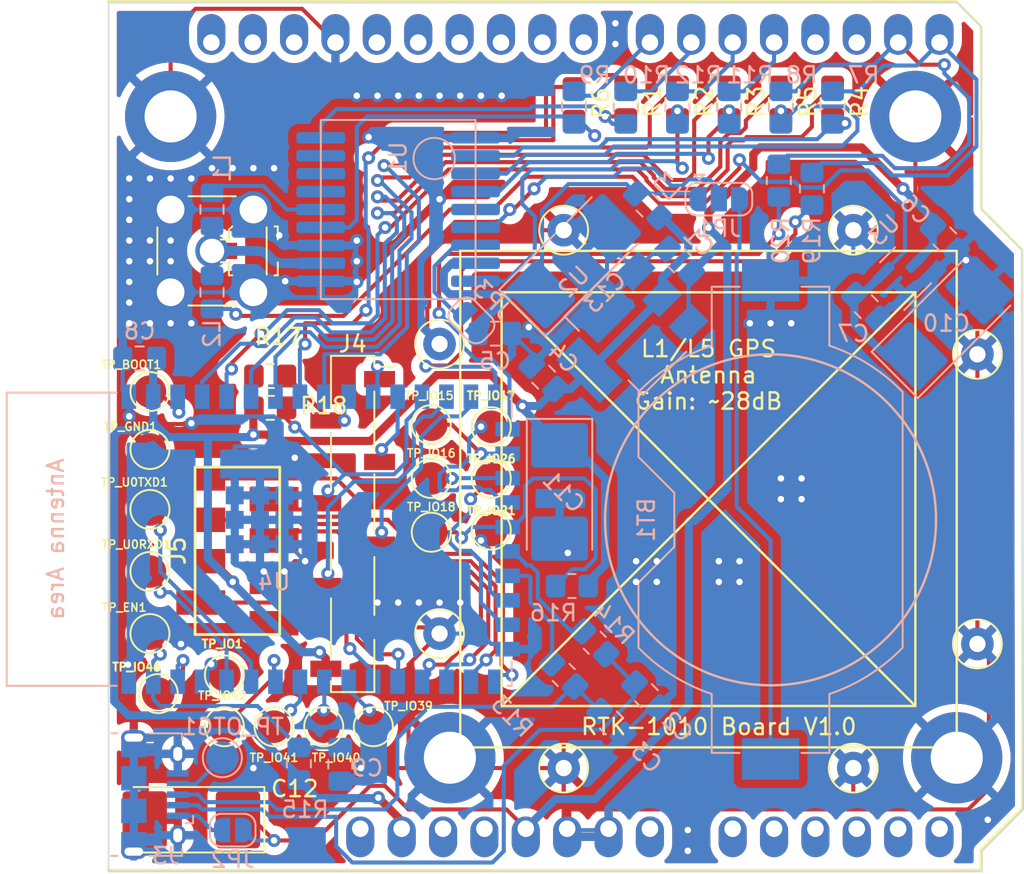
<source format=kicad_pcb>
(kicad_pcb (version 20211014) (generator pcbnew)
  (layers (0 "F.Cu" signal) (31 "B.Cu" signal) (34 "B.Paste" user) (35 "F.Paste" user) (36 "B.SilkS" user "B.Silkscreen") (37 "F.SilkS" user "F.Silkscreen") (38 "B.Mask" user) (39 "F.Mask" user) (44 "Edge.Cuts" user))
  (net 0 "")
  (net 2 "Net-(JP3-Pad2)")
  (net 22 "GND")
  (net 23 "+3V3")
  (net 28 "Net-(C2-Pad2)")
  (net 29 "Net-(BT1-Pad1)")
  (net 30 "Net-(C3-Pad2)")
  (net 31 "U5")
  (net 32 "TX")
  (net 33 "RX")
  (net 34 "_PPS")
  (net 35 "_EN")
  (net 36 "_GPIO26")
  (net 37 "_LNAEN")
  (net 38 "Net-(JP1-Pad2)")
  (net 39 "Net-(L1-Pad1)")
  (net 40 "Net-(R13-Pad2)")
  (net 41 "Net-(R14-Pad2)")
  (net 42 "Net-(R16-Pad2)")
  (net 43 "Net-(TP_BOOT1-Pad1)")
  (net 44 "unconnected-(U4-Pad20)")
  (net 45 "Net-(TP_IO15-Pad1)")
  (net 46 "Net-(R19-Pad1)")
  (net 47 "Net-(TP_IO16-Pad1)")
  (net 48 "Net-(TP_IO39-Pad1)")
  (net 49 "Net-(TP_IO40-Pad1)")
  (net 50 "Net-(TP_IO41-Pad1)")
  (net 51 "Net-(C9-Pad2)")
  (net 52 "Net-(J3-Pad1)")
  (net 53 "Net-(J3-Pad4)")
  (net 54 "Net-(R1-Pad1)")
  (net 55 "Net-(R2-Pad1)")
  (net 56 "Net-(R3-Pad1)")
  (net 57 "Net-(R4-Pad1)")
  (net 58 "Net-(R5-Pad1)")
  (net 59 "Net-(R6-Pad1)")
  (net 60 "Net-(R20-Pad1)")
  (net 61 "Net-(R9-Pad2)")
  (net 62 "Net-(R11-Pad1)")
  (net 63 "Net-(J1-Pad1)")
  (net 64 "Net-(TP_IO42-Pad1)")
  (net 65 "unconnected-(U4-Pad39)")
  (net 66 "Net-(TP_IO46-Pad1)")
  (net 67 "ULNA")
  (net 68 "Net-(TP_U0RXD1-Pad1)")
  (net 69 "Net-(R10-Pad2)")
  (net 70 "Net-(TP_U0TXD1-Pad1)")
  (net 71 "Net-(R12-Pad1)")
  (net 72 "BNO_RESET")
  (net 73 "BNO_BOOT")
  (net 74 "BNO_INT")
  (net 75 "BNO_ADDR")
  (net 76 "BNO_TX")
  (net 77 "BNO_RX")
  (net 78 "unconnected-(U4-Pad24)")
  (net 79 "unconnected-(U4-Pad25)")
  (net 80 "RXD")
  (net 81 "TXD")
  (net 82 "Net-(C13-Pad1)")
  (net 83 "GPS_RXD")
  (net 84 "GPS_SCL")
  (net 85 "GPS_TXD")
  (net 86 "GPS_SDA")
  (net 87 "GPS_7")
  (net 88 "GPS_8")
  (footprint "MountingHole:MountingHole_3.2mm_M3_DIN965_Pad" (layer "F.Cu") (at 223.52 120.015)
    (fp_text reference "H4" hide)
    (fp_text value "MountingHole_Pad" hide)
  )
  (footprint "TestPoint:TestPoint_Pad_D2.0mm" (layer "F.Cu") (at 194.945 102.87)
    (fp_text reference "TP_IO26")
    (fp_text value "TestPoint" hide)
  )
  (footprint "TestPoint:TestPoint_Pad_D2.0mm" (layer "F.Cu") (at 173.99 112.395)
    (fp_text reference "TP_EN1")
    (fp_text value "TestPoint" hide)
  )
  (footprint "TestPoint:TestPoint_Pad_D2.0mm" (layer "F.Cu") (at 173.99 101.092)
    (fp_text reference "TP_GND1")
    (fp_text value "TestPoint" hide)
  )
  (footprint "TestPoint:TestPoint_Pad_D2.0mm" (layer "F.Cu") (at 191.262 106.172)
    (fp_text reference "TP_IO18" hide)
    (fp_text value "TestPoint" hide)
  )
  (footprint "MountingHole:MountingHole_3.2mm_M3_DIN965_Pad" (layer "F.Cu") (at 220.98 80.645)
    (fp_text reference "H2" hide)
    (fp_text value "MountingHole_Pad" hide)
  )
  (footprint "MountingHole:MountingHole_3.2mm_M3_DIN965_Pad" (layer "F.Cu") (at 192.405 120.015)
    (fp_text reference "H3" hide)
    (fp_text value "MountingHole_Pad" hide)
  )
  (footprint "Capacitor_Tantalum_SMD:CP_EIA-7132-20_AVX-U_Pad2.72x3.50mm_HandSolder" (layer "F.Cu") (at 176.53 123.825 180)
    (fp_text reference "C12")
    (fp_text value "10uF")
  )
  (footprint "Connector_Coaxial:U.FL_Molex_MCRF_73412-0110_Vertical" (layer "F.Cu") (at 180.34 88.9 -90)
    (fp_text reference "J2" hide)
    (fp_text value "IPEX" hide)
  )
  (footprint "TestPoint:TestPoint_Loop_D2.50mm_Drill1.0mm" (layer "F.Cu") (at 224.79 95.25)
    (fp_text reference "TP5" hide)
    (fp_text value "TestPoint" hide)
  )
  (footprint "MountingHole:MountingHole_3.2mm_M3_DIN965_Pad" (layer "F.Cu") (at 175.26 80.645)
    (fp_text reference "H1" hide)
    (fp_text value "MountingHole_Pad" hide)
  )
  (footprint "TestPoint:TestPoint_Pad_D2.0mm" (layer "F.Cu") (at 173.99 97.536)
    (fp_text reference "TP_BOOT1" hide)
    (fp_text value "TestPoint" hide)
  )
  (footprint "Connector_PinSocket_2.54mm:PinSocket_1x08_P2.54mm_Vertical_SMD_Pin1Right" (layer "F.Cu") (at 186.436 105.664)
    (fp_text reference "J4")
    (fp_text value "BNO055")
  )
  (footprint "TestPoint:TestPoint_Loop_D2.50mm_Drill1.0mm" (layer "F.Cu") (at 191.77 94.615)
    (fp_text reference "TP3" hide)
    (fp_text value "TestPoint" hide)
  )
  (footprint "Resistor_SMD:R_0805_2012Metric_Pad1.20x1.40mm_HandSolder" (layer "F.Cu") (at 212.725 79.74 -90)
    (fp_text reference "R5")
    (fp_text value "100")
  )
  (footprint "TestPoint:TestPoint_Pad_D2.0mm" (layer "F.Cu") (at 191.262 99.568)
    (fp_text reference "TP_IO15")
    (fp_text value "TestPoint" hide)
  )
  (footprint "TestPoint:TestPoint_Pad_D2.0mm" (layer "F.Cu") (at 178.562 118.11)
    (fp_text reference "TP_IO42" hide)
    (fp_text value "TestPoint" hide)
  )
  (footprint "TestPoint:TestPoint_Pad_D2.0mm" (layer "F.Cu") (at 181.61 118.11)
    (fp_text reference "TP_IO41" hide)
    (fp_text value "TestPoint" hide)
  )
  (footprint "Resistor_SMD:R_0805_2012Metric_Pad1.20x1.40mm_HandSolder" (layer "F.Cu") (at 209.55 79.74 -90)
    (fp_text reference "R3")
    (fp_text value "100")
  )
  (footprint "TestPoint:TestPoint_Pad_D2.0mm" (layer "F.Cu") (at 187.706 118.11)
    (fp_text reference "TP_IO39" hide)
    (fp_text value "TestPoint" hide)
  )
  (footprint "TestPoint:TestPoint_Loop_D2.50mm_Drill1.0mm" (layer "F.Cu") (at 224.79 113.03)
    (fp_text reference "TP6" hide)
    (fp_text value "TestPoint" hide)
  )
  (footprint "footprints:CONN-TE-MICROMATCH-4X2-SMD" (layer "F.Cu") (at 179.36 107.315 90)
    (fp_text reference "J5")
    (fp_text value "Conn_GPS")
  )
  (footprint "Resistor_SMD:R_0805_2012Metric_Pad1.20x1.40mm_HandSolder" (layer "F.Cu") (at 200.025 79.835 -90)
    (fp_text reference "R6")
    (fp_text value "100")
  )
  (footprint "TestPoint:TestPoint_Pad_D2.0mm" (layer "F.Cu") (at 173.99 104.775)
    (fp_text reference "TP_U0TXD1")
    (fp_text value "TestPoint" hide)
  )
  (footprint "TestPoint:TestPoint_Pad_D2.0mm" (layer "F.Cu") (at 194.945 99.695)
    (fp_text reference "TP_IO17")
    (fp_text value "TestPoint" hide)
  )
  (footprint "TestPoint:TestPoint_Loop_D2.50mm_Drill1.0mm" (layer "F.Cu") (at 199.39 87.63)
    (fp_text reference "TP1" hide)
    (fp_text value "TestPoint" hide)
  )
  (footprint "TestPoint:TestPoint_Pad_D2.0mm" (layer "F.Cu") (at 194.945 106.045)
    (fp_text reference "TP_IO21")
    (fp_text value "TestPoint" hide)
  )
  (footprint "TestPoint:TestPoint_Loop_D2.50mm_Drill1.0mm" (layer "F.Cu") (at 191.77 112.395)
    (fp_text reference "TP4" hide)
    (fp_text value "TestPoint" hide)
  )
  (footprint "MyModules:Arduino_Uno_Shield" (layer "F.Cu") (at 171.4105 126.9125)
    (fp_text reference "XA1" hide)
    (fp_text value "Arduino_Uno_Shield" hide)
  )
  (footprint "Resistor_SMD:R_0805_2012Metric_Pad1.20x1.40mm_HandSolder" (layer "F.Cu") (at 203.2 79.74 -90)
    (fp_text reference "R1")
    (fp_text value "100")
  )
  (footprint "TestPoint:TestPoint_Pad_D2.0mm" (layer "F.Cu") (at 184.658 118.11)
    (fp_text reference "TP_IO40" hide)
    (fp_text value "TestPoint" hide)
  )
  (footprint "Resistor_SMD:R_0805_2012Metric_Pad1.20x1.40mm_HandSolder" (layer "F.Cu") (at 181.377093 98.535416)
    (fp_text reference "R18")
    (fp_text value "10k")
  )
  (footprint "Resistor_SMD:R_0805_2012Metric_Pad1.20x1.40mm_HandSolder" (layer "F.Cu") (at 215.9 79.74 -90)
    (fp_text reference "R4")
    (fp_text value "100")
  )
  (footprint "TestPoint:TestPoint_Loop_D2.50mm_Drill1.0mm" (layer "F.Cu") (at 217.17 120.65)
    (fp_text reference "TP8" hide)
    (fp_text value "TestPoint" hide)
  )
  (footprint "TestPoint:TestPoint_Pad_D2.0mm" (layer "F.Cu") (at 174.498 116.078)
    (fp_text reference "TP_IO46")
    (fp_text value "TestPoint" hide)
  )
  (footprint "Resistor_SMD:R_0805_2012Metric_Pad1.20x1.40mm_HandSolder" (layer "F.Cu") (at 206.375 79.74 -90)
    (fp_text reference "R2")
    (fp_text value "100")
  )
  (footprint "Connector_Coaxial:SMA_Amphenol_132134-11_Vertical" (layer "F.Cu") (at 177.8 88.9)
    (fp_text reference "J1" hide)
    (fp_text value "SMA" hide)
  )
  (footprint "TestPoint:TestPoint_Loop_D2.50mm_Drill1.0mm" (layer "F.Cu") (at 199.39 120.65)
    (fp_text reference "TP7" hide)
    (fp_text value "TestPoint" hide)
  )
  (footprint "TestPoint:TestPoint_Loop_D2.50mm_Drill1.0mm" (layer "F.Cu") (at 217.17 87.63)
    (fp_text reference "TP2" hide)
    (fp_text value "TestPoint" hide)
  )
  (footprint "Resistor_SMD:R_0805_2012Metric_Pad1.20x1.40mm_HandSolder" (layer "F.Cu") (at 181.372437 96.581822)
    (fp_text reference "R17")
    (fp_text value "10k")
  )
  (footprint "TestPoint:TestPoint_Pad_D2.0mm" (layer "F.Cu") (at 178.562 114.935)
    (fp_text reference "TP_IO1")
    (fp_text value "TestPoint" hide)
  )
  (footprint "TestPoint:TestPoint_Pad_D2.0mm" (layer "F.Cu") (at 191.262 102.87)
    (fp_text reference "TP_IO16")
    (fp_text value "TestPoint" hide)
  )
  (footprint "TestPoint:TestPoint_Pad_D2.0mm" (layer "F.Cu") (at 173.99 108.585)
    (fp_text reference "TP_U0RXD1")
    (fp_text value "TestPoint" hide)
  )
  (footprint "Package_TO_SOT_SMD:SOT-23" (layer "B.Cu") (at 220.376911 90.247039 45)
    (fp_text reference "U3")
    (fp_text value "MCP1700-3302E_SOT23" hide)
  )
  (footprint "Resistor_SMD:R_0805_2012Metric_Pad1.20x1.40mm_HandSolder" (layer "B.Cu") (at 214.63 85.09 90)
    (fp_text reference "R19")
    (fp_text value "100")
  )
  (footprint "Espressif:ESP32-S2-WROVER" (layer "B.Cu") (at 183.845 106.6 -90)
    (fp_text reference "U4")
    (fp_text value "ESP32-S2-WROVER")
  )
  (footprint "Capacitor_SMD:C_0805_2012Metric_Pad1.18x1.45mm_HandSolder" (layer "B.Cu") (at 202.320532 117.8823 135)
    (fp_text reference "C3")
    (fp_text value "100pF")
  )
  (footprint "Capacitor_SMD:C_0805_2012Metric_Pad1.18x1.45mm_HandSolder" (layer "B.Cu") (at 217.967445 92.327701 -45)
    (fp_text reference "C7")
    (fp_text value "100nF")
  )
  (footprint "Capacitor_Tantalum_SMD:CP_EIA-7132-20_AVX-U_Pad2.72x3.50mm_HandSolder" (layer "B.Cu") (at 199.136 103.7005 -90)
    (fp_text reference "C11")
    (fp_text value "10uF")
  )
  (footprint "Inductor_SMD:L_0805_2012Metric_Pad1.15x1.40mm_HandSolder" (layer "B.Cu") (at 204.547171 86.106811 135)
    (fp_text reference "L3")
    (fp_text value "1.2uH")
  )
  (footprint "Capacitor_SMD:C_0805_2012Metric_Pad1.18x1.45mm_HandSolder" (layer "B.Cu") (at 222.786377 88.166377 -45)
    (fp_text reference "C6")
    (fp_text value "100nF")
  )
  (footprint "Capacitor_SMD:C_0805_2012Metric_Pad1.18x1.45mm_HandSolder" (layer "B.Cu") (at 195.1775 93.98)
    (fp_text reference "C5")
    (fp_text value "100nF")
  )
  (footprint "Resistor_SMD:R_0805_2012Metric_Pad1.20x1.40mm_HandSolder" (layer "B.Cu") (at 212.725 80.105 90)
    (fp_text reference "R8")
    (fp_text value "100")
  )
  (footprint "Capacitor_SMD:C_0805_2012Metric_Pad1.18x1.45mm_HandSolder" (layer "B.Cu") (at 204.47 116.205 135)
    (fp_text reference "C2")
    (fp_text value "100pF")
  )
  (footprint "locosystech:rtk1010" (layer "B.Cu") (at 193.98 81.96 180)
    (fp_text reference "U1" hide)
    (fp_text value "RTK-1010")
  )
  (footprint "Resistor_SMD:R_0805_2012Metric_Pad1.20x1.40mm_HandSolder" (layer "B.Cu") (at 199.39 114.935 135)
    (fp_text reference "R13")
    (fp_text value "100")
  )
  (footprint "Resistor_SMD:R_0805_2012Metric_Pad1.20x1.40mm_HandSolder" (layer "B.Cu") (at 183.134 120.38 -90)
    (fp_text reference "R15")
    (fp_text value "100")
  )
  (footprint "Resistor_SMD:R_0805_2012Metric_Pad1.20x1.40mm_HandSolder" (layer "B.Cu") (at 200.025 80.105 90)
    (fp_text reference "R9")
    (fp_text value "100")
  )
  (footprint "Battery:BatteryHolder_Keystone_1058_1x2032" (layer "B.Cu") (at 212.09 105.41 90)
    (fp_text reference "BT1")
    (fp_text value "3.3V")
  )
  (footprint "Capacitor_SMD:C_0805_2012Metric_Pad1.18x1.45mm_HandSolder" (layer "B.Cu") (at 198.16145 96.654744 135)
    (fp_text reference "C4")
    (fp_text value "100nF")
  )
  (footprint "Resistor_SMD:R_0805_2012Metric_Pad1.20x1.40mm_HandSolder" (layer "B.Cu") (at 203.2 80.105 90)
    (fp_text reference "R10")
    (fp_text value "100")
  )
  (footprint "Capacitor_SMD:C_0805_2012Metric_Pad1.18x1.45mm_HandSolder" (layer "B.Cu") (at 173.355 95.504 180)
    (fp_text reference "C8")
    (fp_text value "100nF")
  )
  (footprint "Capacitor_Tantalum_SMD:CP_EIA-7132-20_AVX-U_Pad2.72x3.50mm_HandSolder" (layer "B.Cu") (at 222.885 93.345 45)
    (fp_text reference "C10")
    (fp_text value "10uF")
  )
  (footprint "Jumper:SolderJumper-2_P1.3mm_Open_RoundedPad1.0x1.5mm" (layer "B.Cu") (at 179.07 124.46)
    (fp_text reference "JP2")
    (fp_text value "USB power" hide)
  )
  (footprint "Inductor_SMD:L_0805_2012Metric_Pad1.15x1.40mm_HandSolder" (layer "B.Cu") (at 177.8 91.44 90)
    (fp_text reference "L2")
    (fp_text value "39nH")
  )
  (footprint "Capacitor_SMD:C_0805_2012Metric_Pad1.18x1.45mm_HandSolder" (layer "B.Cu") (at 206.498653 89.515415 135)
    (fp_text reference "C1")
    (fp_text value "100nF")
  )
  (footprint "Capacitor_Tantalum_SMD:CP_EIA-7132-20_AVX-U_Pad2.72x3.50mm_HandSolder" (layer "B.Cu") (at 200.025 89.535 45)
    (fp_text reference "C13")
    (fp_text value "10uF")
  )
  (footprint "Resistor_SMD:R_0805_2012Metric_Pad1.20x1.40mm_HandSolder" (layer "B.Cu") (at 209.55 80.105 -90)
    (fp_text reference "R11")
    (fp_text value "100")
  )
  (footprint "Capacitor_SMD:C_0805_2012Metric_Pad1.18x1.45mm_HandSolder" (layer "B.Cu") (at 185.674 120.4175 90)
    (fp_text reference "C9")
    (fp_text value "100nF")
  )
  (footprint "Jumper:SolderJumper-3_P1.3mm_Open_RoundedPad1.0x1.5mm" (layer "B.Cu") (at 208.915 85.725)
    (fp_text reference "JP1")
    (fp_text value "SolderJumper_3_Open" hide)
  )
  (footprint "Resistor_SMD:R_0805_2012Metric_Pad1.20x1.40mm_HandSolder" (layer "B.Cu") (at 199.898 109.474 180)
    (fp_text reference "R16")
    (fp_text value "10k")
  )
  (footprint "TestPoint:TestPoint_Pad_D2.0mm" (layer "B.Cu") (at 178.435 120.015 180)
    (fp_text reference "TP_OTG1")
    (fp_text value "TestPoint" hide)
  )
  (footprint "Resistor_SMD:R_0805_2012Metric_Pad1.20x1.40mm_HandSolder" (layer "B.Cu") (at 201.295 112.957893 135)
    (fp_text reference "R14")
    (fp_text value "100")
  )
  (footprint "Inductor_SMD:L_0805_2012Metric_Pad1.15x1.40mm_HandSolder" (layer "B.Cu") (at 177.8 86.36 -90)
    (fp_text reference "L1")
    (fp_text value "39nH")
  )
  (footprint "Jumper:SolderJumper-2_P1.3mm_Open_RoundedPad1.0x1.5mm" (layer "B.Cu") (at 193.726776 93.16489 135)
    (fp_text reference "JP3")
    (fp_text value "VCC_IO")
  )
  (footprint "Connector_USB:USB_Micro-B_Amphenol_10118194_Horizontal" (layer "B.Cu") (at 174.298297 122.279441 90)
    (fp_text reference "J3")
    (fp_text value "USB_OTG")
  )
  (footprint "Resistor_SMD:R_0805_2012Metric_Pad1.20x1.40mm_HandSolder" (layer "B.Cu") (at 212.598 84.582 90)
    (fp_text reference "R20")
    (fp_text value "100")
  )
  (footprint "Package_TO_SOT_SMD:SOT-223-3_TabPin2" (layer "B.Cu") (at 203.2 93.98 -135)
    (fp_text reference "U2")
    (fp_text value "NCP1117-3.3_SOT223")
  )
  (footprint "Resistor_SMD:R_0805_2012Metric_Pad1.20x1.40mm_HandSolder" (layer "B.Cu") (at 206.375 80.105 -90)
    (fp_text reference "R12")
    (fp_text value "100")
  )
  (footprint "Resistor_SMD:R_0805_2012Metric_Pad1.20x1.40mm_HandSolder" (layer "B.Cu") (at 215.9 80.105 -90)
    (fp_text reference "R7")
    (fp_text value "100")
  )
  (gr_circle (center 212.09 105.41) (end 222.25 105.41) (layer "B.SilkS") (width 0.15) (fill none))
  (gr_rect (start 195.58 91.44) (end 220.98 116.84) (layer "F.SilkS") (width 0.15) (fill none))
  (gr_rect (start 193.04 88.9) (end 223.52 119.38) (layer "F.SilkS") (width 0.15) (fill none))
  (gr_line (start 195.58 116.84) (end 220.98 91.44) (layer "F.SilkS") (width 0.15))
  (gr_line (start 195.58 91.44) (end 220.98 116.84) (layer "F.SilkS") (width 0.15))
  (gr_line (start 225.050744 86.370714) (end 225.039344 75.169478) (layer "Edge.Cuts") (width 0.1))
  (gr_line (start 225.039344 75.169478) (end 223.549597 73.650134) (layer "Edge.Cuts") (width 0.1))
  (gr_line (start 223.549597 73.650134) (end 171.45 73.66) (layer "Edge.Cuts") (width 0.1))
  (gr_line (start 227.536944 88.856914) (end 225.050744 86.370714) (layer "Edge.Cuts") (width 0.1))
  (gr_line (start 171.45 73.66) (end 171.45 127) (layer "Edge.Cuts") (width 0.1))
  (gr_line (start 225.064052 127) (end 225.064052 125.746212) (layer "Edge.Cuts") (width 0.1))
  (gr_line (start 227.605884 123.190677) (end 227.536944 88.856914) (layer "Edge.Cuts") (width 0.1))
  (gr_line (start 225.064052 125.746212) (end 227.605884 123.190677) (layer "Edge.Cuts") (width 0.1))
  (gr_line (start 171.45 127) (end 225.064052 127) (layer "Edge.Cuts") (width 0.1))
  (gr_text "L1/L5 GPS\nAntenna\nGain: ~28dB" (at 208.28 96.52) (layer "F.SilkS") (effects (font (size 1 1))))
  (gr_text "RTK-1010 Board V1.0" (at 208.915 118.11) (layer "F.SilkS") (effects (font (size 1 1))))
  (segment (start 191.455 91.432056) (end 192.728215 92.705271) (width 0.25) (layer "B.Cu") (net 2))
  (segment (start 191.455 89.85) (end 191.455 91.432056) (width 0.25) (layer "B.Cu") (net 2))
  (segment (start 192.745 88.56) (end 191.455 89.85) (width 0.25) (layer "B.Cu") (net 2))
  (segment (start 192.728215 92.705271) (end 193.267157 92.705271) (width 0.25) (layer "B.Cu") (net 2))
  (segment (start 193.98 88.56) (end 192.745 88.56) (width 0.25) (layer "B.Cu") (net 2))
  (segment (start 180.34 88.9) (end 183.515 88.9) (width 1) (layer "F.Cu") (net 22))
  (segment (start 187.4145 81.915) (end 185.42 81.915) (width 0.25) (layer "F.Cu") (net 22))
  (segment (start 182.88 86.36) (end 182.245 86.36) (width 1) (layer "F.Cu") (net 22))
  (segment (start 185.42 81.915) (end 181.61 81.915) (width 0.25) (layer "F.Cu") (net 22))
  (segment (start 181.84 87.86) (end 180.34 86.36) (width 0.25) (layer "F.Cu") (net 22))
  (segment (start 191.014173 93.859173) (end 191.014173 92.440522) (width 0.25) (layer "F.Cu") (net 22))
  (segment (start 178.435 86.995) (end 178.435 86.36) (width 1) (layer "F.Cu") (net 22))
  (segment (start 199.39 120.65) (end 199.39 124.158) (width 0.25) (layer "F.Cu") (net 22))
  (segment (start 223.52 87.63) (end 224.79 88.9) (width 0.25) (layer "F.Cu") (net 22))
  (segment (start 199.39 120.65) (end 190.5 120.65) (width 0.25) (layer "F.Cu") (net 22))
  (segment (start 176.068305 99.531) (end 173.191 99.531) (width 0.25) (layer "F.Cu") (net 22))
  (segment (start 180.34 83.82) (end 180.34 86.36) (width 0.25) (layer "F.Cu") (net 22))
  (segment (start 175.26 75.565) (end 176.7875 74.0375) (width 0.25) (layer "F.Cu") (net 22))
  (segment (start 217.17 123.19) (end 201.93 123.19) (width 0.25) (layer "F.Cu") (net 22))
  (segment (start 199.39 124.158) (end 199.6045 124.3725) (width 0.25) (layer "F.Cu") (net 22))
  (segment (start 199.39 123.19) (end 199.39 120.65) (width 0.25) (layer "F.Cu") (net 22))
  (segment (start 185.3805 76.085166) (end 185.3805 76.1125) (width 0.25) (layer "F.Cu") (net 22))
  (segment (start 183.515 87.22) (end 183.515 86.995) (width 1) (layer "F.Cu") (net 22))
  (segment (start 188.086 112.014) (end 191.389 112.014) (width 0.25) (layer "F.Cu") (net 22))
  (segment (start 180.34 89.535) (end 180.34 90.805) (width 1) (layer "F.Cu") (net 22))
  (segment (start 183.515 86.995) (end 178.435 86.995) (width 1) (layer "F.Cu") (net 22))
  (segment (start 191.77 120.65) (end 192.405 120.015) (width 0.25) (layer "F.Cu") (net 22))
  (segment (start 180.34 91.44) (end 180.34 90.375) (width 0.25) (layer "F.Cu") (net 22))
  (segment (start 180.34 88.9) (end 180.34 89.535) (width 1) (layer "F.Cu") (net 22))
  (segment (start 201.93 123.19) (end 200.66 123.19) (width 0.25) (layer "F.Cu") (net 22))
  (segment (start 212.725 102.87) (end 212.725 93.98) (width 0.25) (layer "F.Cu") (net 22))
  (segment (start 224.155 89.535) (end 224.79 89.535) (width 0.25) (layer "F.Cu") (net 22))
  (segment (start 176.53 99.4805) (end 176.118805 99.4805) (width 0.25) (layer "F.Cu") (net 22))
  (segment (start 190.5 120.65) (end 189.865 120.015) (width 0.25) (layer "F.Cu") (net 22))
  (segment (start 205.503563 93.581437) (end 205.74 93.345) (width 0.25) (layer "F.Cu") (net 22))
  (segment (start 179.705 92.075) (end 180.34 91.44) (width 0.25) (layer "F.Cu") (net 22))
  (segment (start 203.835 107.95) (end 203.327 107.442) (width 0.25) (layer "F.Cu") (net 22))
  (segment (start 224.79 95.25) (end 224.79 113.03) (width 0.25) (layer "F.Cu") (net 22))
  (segment (start 217.17 87.63) (end 220.98 87.63) (width 0.25) (layer "F.Cu") (net 22))
  (segment (start 183.332834 74.0375) (end 185.3805 76.085166) (width 0.25) (layer "F.Cu") (net 22))
  (segment (start 176.118805 99.4805) (end 176.068305 99.531) (width 0.25) (layer "F.Cu") (net 22))
  (segment (start 176.7875 74.0375) (end 183.332834 74.0375) (width 0.25) (layer "F.Cu") (net 22))
  (segment (start 178.435 91.44) (end 179.115 90.76) (width 1) (layer "F.Cu") (net 22))
  (segment (start 183.515 88.265) (end 183.515 87.63) (width 1) (layer "F.Cu") (net 22))
  (segment (start 189.865 120.015) (end 189.865 114.3) (width 0.25) (layer "F.Cu") (net 22))
  (segment (start 203.327 107.442) (end 199.644 107.442) (width 0.25) (layer "F.Cu") (net 22))
  (segment (start 217.17 87.63) (end 213.36 91.44) (width 0.25) (layer "F.Cu") (net 22))
  (segment (start 183.515 87.63) (end 183.31 87.425) (width 1) (layer "F.Cu") (net 22))
  (segment (start 179.115 90.76) (end 182.29 90.76) (width 1) (layer "F.Cu") (net 22))
  (segment (start 192.660396 87.63) (end 199.39 87.63) (width 0.25) (layer "F.Cu") (net 22))
  (segment (start 175.698297 119.779441) (end 186.073441 119.779441) (width 0.25) (layer "F.Cu") (net 22))
  (segment (start 183.515 90.805) (end 180.975 90.805) (width 1) (layer "F.Cu") (net 22))
  (segment (start 220.98 80.645) (end 220.98 87.63) (width 0.25) (layer "F.Cu") (net 22))
  (segment (start 181.84 88.9) (end 181.84 87.86) (width 0.25) (layer "F.Cu") (net 22))
  (segment (start 186.944 120.65) (end 193.294 120.65) (width 0.25) (layer "F.Cu") (net 22))
  (segment (start 185.3805 76.1125) (end 185.3805 81.8755) (width 0.25) (layer "F.Cu") (net 22))
  (segment (start 172.72 92.075) (end 174.625 92.075) (width 0.25) (layer "F.Cu") (net 22))
  (segment (start 212.725 93.98) (end 212.09 93.345) (width 0.25) (layer "F.Cu") (net 22))
  (segment (start 183.31 87.425) (end 180.34 87.425) (width 1) (layer "F.Cu") (net 22))
  (segment (start 220.98 87.63) (end 223.52 87.63) (width 0.25) (layer "F.Cu") (net 22))
  (segment (start 207.645 93.345) (end 210.82 93.345) (width 0.25) (layer "F.Cu") (net 22))
  (segment (start 205.74 93.345) (end 210.82 93.345) (width 0.25) (layer "F.Cu") (net 22))
  (segment (start 183.515 86.995) (end 182.88 86.36) (width 1) (layer "F.Cu") (net 22))
  (segment (start 197.248563 93.581437) (end 205.503563 93.581437) (width 0.25) (layer "F.Cu") (net 22))
  (segment (start 183.515 89.535) (end 183.515 90.17) (width 1) (layer "F.Cu") (net 22))
  (segment (start 183.515 107.95) (end 182.88 107.95) (width 0.25) (layer "F.Cu") (net 22))
  (segment (start 180.34 88.9) (end 180.34 91.44) (width 1) (layer "F.Cu") (net 22))
  (segment (start 213.36 93.345) (end 212.09 93.345) (width 0.25) (layer "F.Cu") (net 22))
  (segment (start 180.34 88.9) (end 180.34 88.265) (width 1) (layer "F.Cu") (net 22))
  (segment (start 181.405 90.375) (end 181.84 89.94) (width 0.25) (layer "F.Cu") (net 22))
  (segment (start 224.79 89.535) (end 224.79 90.17) (width 0.25) (layer "F.Cu") (net 22))
  (segment (start 183.31 90.375) (end 180.34 90.375) (width 1) (layer "F.Cu") (net 22))
  (segment (start 212.09 93.345) (end 210.82 93.345) (width 0.25) (layer "F.Cu") (net 22))
  (segment (start 175.26 89.535) (end 175.26 91.44) (width 0.25) (layer "F.Cu") (net 22))
  (segment (start 200.66 123.19) (end 199.39 123.19) (width 0.25) (layer "F.Cu") (net 22))
  (segment (start 185.3805 81.8755) (end 185.42 81.915) (width 0.25) (layer "F.Cu") (net 22))
  (segment (start 175.26 86.36) (end 175.26 88.265) (width 0.25) (layer "F.Cu") (net 22))
  (segment (start 183.31 87.425) (end 183.515 87.22) (width 1) (layer "F.Cu") (net 22))
  (segment (start 180.34 89.535) (end 183.515 89.535) (width 1) (layer "F.Cu") (net 22))
  (segment (start 172.998297 114.653797) (end 172.998297 118.779441) (width 0.25) (layer "F.Cu") (net 22))
  (segment (start 199.39 107.696) (end 199.39 120.65) (width 0.25) (layer "F.Cu") (net 22))
  (segment (start 217.17 123.19) (end 217.17 120.65) (width 0.25) (layer "F.Cu") (net 22))
  (segment (start 180.34 88.265) (end 183.515 88.265) (width 1) (layer "F.Cu") (net 22))
  (segment (start 182.88 107.95) (end 182.245 108.585) (width 0.25) (layer "F.Cu") (net 22))
  (segment (start 173.191 99.531) (end 172.72 99.06) (width 0.25) (layer "F.Cu") (net 22))
  (segment (start 182.245 86.36) (end 180.34 86.36) (width 1) (layer "F.Cu") (net 22))
  (segment (start 183.515 90.17) (end 183.31 90.375) (width 1) (layer "F.Cu") (net 22))
  (segment (start 199.644 107.442) (end 199.39 107.696) (width 0.25) (layer "F.Cu") (net 22))
  (segment (start 224.79 90.17) (end 224.79 95.25) (width 0.25) (layer "F.Cu") (net 22))
  (segment (start 175.26 88.265) (end 175.26 89.535) (width 0.25) (layer "F.Cu") (net 22))
  (segment (start 191.77 94.615) (end 191.014173 93.859173) (width 0.25) (layer "F.Cu") (net 22))
  (segment (start 191.389 112.014) (end 191.77 112.395) (width 0.25) (layer "F.Cu") (net 22))
  (segment (start 225.495001 113.735001) (end 225.495001 121.92) (width 0.25) (layer "F.Cu") (net 22))
  (segment (start 191.135 89.155396) (end 192.660396 87.63) (width 0.25) (layer "F.Cu") (net 22))
  (segment (start 191.135 92.319695) (end 191.135 89.155396) (width 0.25) (layer "F.Cu") (net 22))
  (segment (start 183.515 91.44) (end 178.435 91.44) (width 1) (layer "F.Cu") (net 22))
  (segment (start 225.495001 121.92) (end 224.225001 123.19) (width 0.25) (layer "F.Cu") (net 22))
  (segment (start 174.625 92.075) (end 175.26 91.44) (width 0.25) (layer "F.Cu") (net 22))
  (segment (start 183.31 90.375) (end 183.515 90.58) (width 1) (layer "F.Cu") (net 22))
  (segment (start 224.089222 89.469222) (end 224.155 89.535) (width 0.25) (layer "F.Cu") (net 22))
  (segment (start 180.34 83.185) (end 180.34 83.82) (width 0.25) (layer "F.Cu") (net 22))
  (segment (start 180.34 90.375) (end 181.405 90.375) (width 0.25) (layer "F.Cu") (net 22))
  (segment (start 224.79 88.9) (end 224.79 89.535) (width 0.25) (layer "F.Cu") (net 22))
  (segment (start 183.515 90.805) (end 183.515 91.44) (width 1) (layer "F.Cu") (net 22))
  (segment (start 178.435 86.36) (end 182.245 86.36) (width 1) (layer "F.Cu") (net 22))
  (segment (start 224.225001 123.19) (end 217.17 123.19) (width 0.25) (layer "F.Cu") (net 22))
  (segment (start 181.61 81.915) (end 180.34 83.185) (width 0.25) (layer "F.Cu") (net 22))
  (segment (start 189.865 114.3) (end 191.77 112.395) (width 0.25) (layer "F.Cu") (net 22))
  (segment (start 191.014173 92.440522) (end 191.135 92.319695) (width 0.25) (layer "F.Cu") (net 22))
  (segment (start 186.073441 119.779441) (end 186.944 120.65) (width 0.25) (layer "F.Cu") (net 22))
  (segment (start 175.26 80.645) (end 175.26 75.565) (width 0.25) (layer "F.Cu") (net 22))
  (segment (start 224.79 113.03) (end 225.495001 113.735001) (width 0.25) (layer "F.Cu") (net 22))
  (segment (start 182.245 108.585) (end 181.61 109.22) (width 0.25) (layer "F.Cu") (net 22))
  (segment (start 180.34 88.265) (end 180.34 86.36) (width 1) (layer "F.Cu") (net 22))
  (segment (start 172.6445 114.3) (end 172.998297 114.653797) (width 0.25) (layer "F.Cu") (net 22))
  (segment (start 183.515 90.58) (end 183.515 90.805) (width 1) (layer "F.Cu") (net 22))
  (segment (start 213.36 91.44) (end 213.36 93.345) (width 0.25) (layer "F.Cu") (net 22))
  (segment (start 181.84 89.94) (end 181.84 88.9) (width 0.25) (layer "F.Cu") (net 22))
  (via (at 172.72 85.725) (size 0.8) (drill 0.4) (layers "F.Cu" "B.Cu") (net 22))
  (via (at 186.944 120.65) (size 0.8) (drill 0.4) (layers "F.Cu" "B.Cu") (net 22))
  (via (at 172.72 93.345) (size 0.8) (drill 0.4) (layers "F.Cu" "B.Cu") (net 22))
  (via (at 181.61 83.82) (size 0.8) (drill 0.4) (layers "F.Cu" "B.Cu") (net 22))
  (via (at 213.995 104.14) (size 0.8) (drill 0.4) (layers "F.Cu" "B.Cu") (net 22))
  (via (at 172.6445 114.3) (size 0.8) (drill 0.4) (layers "F.Cu" "B.Cu") (net 22))
  (via (at 176.53 99.4805) (size 0.8) (drill 0.4) (layers "F.Cu" "B.Cu") (net 22))
  (via (at 195.58 79.375) (size 0.8) (drill 0.4) (layers "F.Cu" "B.Cu") (net 22))
  (via (at 175.26 93.345) (size 0.8) (drill 0.4) (layers "F.Cu" "B.Cu") (net 22))
  (via (at 210.185 107.95) (size 0.8) (drill 0.4) (layers "F.Cu" "B.Cu") (net 22))
  (via (at 210.82 93.345) (size 0.8) (drill 0.4) (layers "F.Cu" "B.Cu") (net 22))
  (via (at 208.915 109.22) (size 0.8) (drill 0.4) (layers "F.Cu" "B.Cu") (net 22))
  (via (at 191.77 110.49) (size 0.8) (drill 0.4) (layers "F.Cu" "B.Cu") (net 22))
  (via (at 186.69 88.265) (size 0.8) (drill 0.4) (layers "F.Cu" "B.Cu") (net 22))
  (via (at 190.5 79.375) (size 0.8) (drill 0.4) (layers "F.Cu" "B.Cu") (net 22))
  (via (at 175.26 89.535) (size 0.8) (drill 0.4) (layers "F.Cu" "B.Cu") (net 22))
  (via (at 205.105 109.22) (size 0.8) (drill 0.4) (layers "F.Cu" "B.Cu") (net 22))
  (via (at 186.69 90.805) (size 0.8) (drill 0.4) (layers "F.Cu" "B.Cu") (net 22))
  (via (at 172.72 88.265) (size 0.8) (drill 0.4) (layers "F.Cu" "B.Cu") (net 22))
  (via (at 186.69 89.535) (size 0.8) (drill 0.4) (layers "F.Cu" "B.Cu") (net 22))
  (via (at 173.99 93.345) (size 0.8) (drill 0.4) (layers "F.Cu" "B.Cu") (net 22))
  (via (at 202.565 76.2) (size 0.8) (drill 0.4) (layers "F.Cu" "B.Cu") (net 22))
  (via (at 182.245 108.585) (size 0.8) (drill 0.4) (layers "F.Cu" "B.Cu") (net 22))
  (via (at 212.725 102.87) (size 0.8) (drill 0.4) (layers "F.Cu" "B.Cu") (net 22))
  (via (at 180.34 83.82) (size 0.8) (drill 0.4) (layers "F.Cu" "B.Cu") (net 22))
  (via (at 172.72 92.075) (size 0.8) (drill 0.4) (layers "F.Cu" "B.Cu") (net 22))
  (via (at 205.105 107.95) (size 0.8) (drill 0.4) (layers "F.Cu" "B.Cu") (net 22))
  (via (at 203.835 109.22) (size 0.8) (drill 0.4) (layers "F.Cu" "B.Cu") (net 22))
  (via (at 172.72 86.995) (size 0.8) (drill 0.4) (layers "F.Cu" "B.Cu") (net 22))
  (via (at 186.69 79.375) (size 0.8) (drill 0.4) (layers "F.Cu" "B.Cu") (net 22))
  (via (at 175.26 88.265) (size 0.8) (drill 0.4) (layers "F.Cu" "B.Cu") (net 22))
  (via (at 193.04 79.375) (size 0.8) (drill 0.4) (layers "F.Cu" "B.Cu") (net 22))
  (via (at 187.4145 81.915) (size 0.8) (drill 0.4) (layers "F.Cu" "B.Cu") (net 22))
  (via (at 180.34 120.65) (size 0.8) (drill 0.4) (layers "F.Cu" "B.Cu") (net 22))
  (via (at 203.835 107.95) (size 0.8) (drill 0.4) (layers "F.Cu" "B.Cu") (net 22))
  (via (at 180.975 108.585) (size 0.8) (drill 0.4) (layers "F.Cu" "B.Cu") (net 22))
  (via (at 172.72 99.06) (size 0.8) (drill 0.4) (layers "F.Cu" "B.Cu") (net 22))
  (via (at 177.8 83.82) (size 0.8) (drill 0.4) (layers "F.Cu" "B.Cu") (net 22))
  (via (at 189.23 110.49) (size 0.8) (drill 0.4) (layers "F.Cu" "B.Cu") (net 22))
  (via (at 175.26 84.455) (size 0.8) (drill 0.4) (layers "F.Cu" "B.Cu") (net 22))
  (via (at 172.72 84.455) (size 0.8) (drill 0.4) (layers "F.Cu" "B.Cu") (net 22))
  (via (at 210.185 109.22) (size 0.8) (drill 0.4) (layers "F.Cu" "B.Cu") (net 22))
  (via (at 199.644 107.442) (size 0.8) (drill 0.4) (layers "F.Cu" "B.Cu") (net 22))
  (via (at 173.99 89.535) (size 0.8) (drill 0.4) (layers "F.Cu" "B.Cu") (net 22))
  (via (at 207.01 125.73) (size 0.8) (drill 0.4) (layers "F.Cu" "B.Cu") (net 22))
  (via (at 193.04 110.49) (size 0.8) (drill 0.4) (layers "F.Cu" "B.Cu") (net 22))
  (via (at 207.01 124.46) (size 0.8) (drill 0.4) (layers "F.Cu" "B.Cu") (net 22))
  (via (at 191.77 79.375) (size 0.8) (drill 0.4) (layers "F.Cu" "B.Cu") (net 22))
  (via (at 191.77 85.725) (size 0.8) (drill 0.4) (layers "F.Cu" "B.Cu") (net 22))
  (via (at 208.915 107.95) (size 0.8) (drill 0.4) (layers "F.Cu" "B.Cu") (net 22))
  (via (at 212.725 104.14) (size 0.8) (drill 0.4) (layers "F.Cu" "B.Cu") (net 22))
  (via (at 187.96 79.375) (size 0.8) (drill 0.4) (layers "F.Cu" "B.Cu") (net 22))
  (via (at 183.515 107.95) (size 0.8) (drill 0.4) (layers "F.Cu" "B.Cu") (net 22))
  (via (at 187.96 110.49) (size 0.8) (drill 0.4) (layers "F.Cu" "B.Cu") (net 22))
  (via (at 176.53 93.345) (size 0.8) (drill 0.4) (layers "F.Cu" "B.Cu") (net 22))
  (via (at 194.31 79.375) (size 0.8) (drill 0.4) (layers "F.Cu" "B.Cu") (net 22))
  (via (at 176.53 84.455) (size 0.8) (drill 0.4) (layers "F.Cu" "B.Cu") (net 22))
  (via (at 225.425 123.825) (size 0.8) (drill 0.4) (layers "F.Cu" "B.Cu") (net 22))
  (via (at 182.88 101.6) (size 0.8) (drill 0.4) (layers "F.Cu" "B.Cu") (net 22))
  (via (at 179.07 83.82) (size 0.8) (drill 0.4) (layers "F.Cu" "B.Cu") (net 22))
  (via (at 175.895 113.03) (size 0.8) (drill 0.4) (layers "F.Cu" "B.Cu") (net 22))
  (via (at 173.99 84.455) (size 0.8) (drill 0.4) (layers "F.Cu" "B.Cu") (net 22))
  (via (at 202.565 74.93) (size 0.8) (drill 0.4) (layers "F.Cu" "B.Cu") (net 22))
  (via (at 189.23 79.375) (size 0.8) (drill 0.4) (layers "F.Cu" "B.Cu") (net 22))
  (via (at 213.995 102.87) (size 0.8) (drill 0.4) (layers "F.Cu" "B.Cu") (net 22))
  (via (at 182.29 90.76) (size 0.8) (drill 0.4) (layers "F.Cu" "B.Cu") (net 22))
  (via (at 181.9275 87.9475) (size 0.8) (drill 0.4) (layers "F.Cu" "B.Cu") (net 22))
  (via (at 197.248563 93.581437) (size 0.8) (drill 0.4) (layers "F.Cu" "B.Cu") (net 22))
  (via (at 213.36 93.345) (size 0.8) (drill 0.4) (layers "F.Cu" "B.Cu") (net 22))
  (via (at 190.5 110.49) (size 0.8) (drill 0.4) (layers "F.Cu" "B.Cu") (net 22))
  (via (at 173.99 88.265) (size 0.8) (drill 0.4) (layers "F.Cu" "B.Cu") (net 22))
  (via (at 224.089222 89.469222) (size 0.8) (drill 0.4) (layers "F.Cu" "B.Cu") (net 22))
  (via (at 212.09 93.345) (size 0.8) (drill 0.4) (layers "F.Cu" "B.Cu") (net 22))
  (via (at 172.72 90.805) (size 0.8) (drill 0.4) (layers "F.Cu" "B.Cu") (net 22))
  (via (at 172.72 89.535) (size 0.8) (drill 0.4) (layers "F.Cu" "B.Cu") (net 22))
  (segment (start 173.398297 119.779441) (end 172.998297 119.379441) (width 0.25) (layer "B.Cu") (net 22))
  (segment (start 203.801041 90.126268) (end 202.049093 88.37432) (width 0.25) (layer "B.Cu") (net 22))
  (segment (start 197.427827 95.921121) (end 197.427827 95.192827) (width 0.25) (layer "B.Cu") (net 22))
  (segment (start 202.049093 88.37432) (end 202.049093 87.510907) (width 0.25) (layer "B.Cu") (net 22))
  (segment (start 180.745 106.91) (end 182.245 106.91) (width 0.25) (layer "B.Cu") (net 22))
  (segment (start 181.656305 101.055) (end 181.055695 101.055) (width 0.25) (layer "B.Cu") (net 22))
  (segment (start 181.655 90.76) (end 182.29 90.76) (width 0.25) (layer "B.Cu") (net 22))
  (segment (start 175.698297 124.779441) (end 173.398297 124.779441) (width 0.25) (layer "B.Cu") (net 22))
  (segment (start 217.17 89.535) (end 217.17 87.63) (width 0.25) (layer "B.Cu") (net 22))
  (segment (start 182.245 103.91) (end 180.745 103.91) (width 0.25) (layer "B.Cu") (net 22))
  (segment (start 202.290078 119.38) (end 203.054155 118.615923) (width 0.25) (layer "B.Cu") (net 22))
  (segment (start 179.195 100.905) (end 179.195 103.91) (width 0.25) (layer "B.Cu") (net 22))
  (segment (start 182.475 106.91) (end 183.515 107.95) (width 0.25) (layer "B.Cu") (net 22))
  (segment (start 172.3175 95.885) (end 172.3175 97.4725) (width 0.25) (layer "B.Cu") (net 22))
  (segment (start 172.998297 119.379441) (end 172.998297 121.279441) (width 0.25) (layer "B.Cu") (net 22))
  (segment (start 182.081 99.531) (end 182.081 100.630305) (width 0.25) (layer "B.Cu") (net 22))
  (segment (start 224.909093 90.289093) (end 224.089222 89.469222) (width 0.25) (layer "B.Cu") (net 22))
  (segment (start 184.48 88.56) (end 182.54 88.56) (width 0.25) (layer "B.Cu") (net 22))
  (segment (start 172.3175 97.4725) (end 172.695 97.85) (width 0.25) (layer "B.Cu") (net 22))
  (segment (start 199.644 107.442) (end 199.781 107.442) (width 0.25) (layer "B.Cu") (net 22))
  (segment (start 180.745 105.41) (end 180.745 106.91) (width 0.25) (layer "B.Cu") (net 22))
  (segment (start 191.77 112.395) (end 194.31 112.395) (width 0.25) (layer "B.Cu") (net 22))
  (segment (start 212.09 90.73) (end 215.975 90.73) (width 0.25) (layer "B.Cu") (net 22))
  (segment (start 180.745 103.91) (end 180.745 105.41) (width 0.25) (layer "B.Cu") (net 22))
  (segment (start 180.34 91.44) (end 180.975 91.44) (width 0.25) (layer "B.Cu") (net 22))
  (segment (start 172.6445 115.2995) (end 172.695 115.35) (width 0.25) (layer "B.Cu") (net 22))
  (segment (start 180.745 105.41) (end 179.195 105.41) (width 0.25) (layer "B.Cu") (net 22))
  (segment (start 201.93 87.63) (end 199.39 87.63) (width 0.25) (layer "B.Cu") (net 22))
  (segment (start 172.6445 114.3) (end 172.6445 115.2995) (width 0.25) (layer "B.Cu") (net 22))
  (segment (start 194.945 113.03) (end 195.625 113.03) (width 0.25) (layer "B.Cu") (net 22))
  (segment (start 205.145517 88.781792) (end 205.76503 88.781792) (width 0.25) (layer "B.Cu") (net 22))
  (segment (start 182.081 100.630305) (end 181.656305 101.055) (width 0.25) (layer "B.Cu") (net 22))
  (segment (start 185.674 121.455) (end 186.139 121.455) (width 0.25) (layer "B.Cu") (net 22))
  (segment (start 175.698297 119.779441) (end 175.698297 120.979441) (width 0.25) (layer "B.Cu") (net 22))
  (segment (start 187.4145 81.915) (end 187.4595 81.96) (width 0.25) (layer "B.Cu") (net 22))
  (segment (start 220.38575 91.581703) (end 220.838297 91.581703) (width 0.25) (layer "B.Cu") (net 22))
  (segment (start 176.9505 99.06) (end 181.61 99.06) (width 0.25) (layer "B.Cu") (net 22))
  (segment (start 202.184 124.46) (end 199.644 124.46) (width 0.25) (layer "B.Cu") (net 22))
  (segment (start 199.781 107.442) (end 199.898 107.325) (width 0.25) (layer "B.Cu") (net 22))
  (segment (start 220.838297 91.581703) (end 223.52 88.9) (width 0.25) (layer "B.Cu") (net 22))
  (segment (start 187.4595 81.96) (end 193.98 81.96) (width 0.25) (layer "B.Cu") (net 22))
  (segment (start 180.745 105.41) (end 182.245 105.41) (width 0.25) (layer "B.Cu") (net 22))
  (segment (start 204.411292 117.258786) (end 203.054155 118.615923) (width 0.25) (layer "B.Cu") (net 22))
  (segment (start 220.38575 91.581703) (end 220.180689 91.581703) (width 0.25) (layer "B.Cu") (net 22))
  (segment (start 202.049093 87.510907) (end 201.93 87.63) (width 0.25) (layer "B.Cu") (net 22))
  (segment (start 185.674 121.455001) (end 185.674 121.92) (width 0.25) (layer "B.Cu") (net 22))
  (segment (start 176.53 99.4805) (end 176.9505 99.06) (width 0.25) (layer "B.Cu") (net 22))
  (segment (start 182.29 90.76) (end 184.48 90.76) (width 0.25) (layer "B.Cu") (net 22))
  (segment (start 204.411292 117.248073) (end 204.411292 117.258786) (width 0.25) (layer "B.Cu") (net 22))
  (segment (start 186.139 121.455) (end 186.944 120.65) (width 0.25) (layer "B.Cu") (net 22))
  (segment (start 173.398297 124.779441) (end 172.998297 125.179441) (width 0.25) (layer "B.Cu") (net 22))
  (segment (start 197.636767 93.581437) (end 198.036739 93.981409) (width 0.25) (layer "B.Cu") (net 22))
  (segment (start 175.698297 119.779441) (end 173.398297 119.779441) (width 0.25) (layer "B.Cu") (net 22))
  (segment (start 199.39 120.65) (end 200.66 119.38) (width 0.25) (layer "B.Cu") (net 22))
  (segment (start 197.248563 93.581437) (end 196.85 93.98) (width 0.25) (layer "B.Cu") (net 22))
  (segment (start 182.54 88.56) (end 181.9275 87.9475) (width 0.25) (layer "B.Cu") (net 22))
  (segment (start 220.180689 91.581703) (end 218.701068 93.061324) (width 0.25) (layer "B.Cu") (net 22))
  (segment (start 180.905695 100.905) (end 179.195 100.905) (width 0.25) (layer "B.Cu") (net 22))
  (segment (start 224.909093 91.320907) (end 224.909093 90.289093) (width 0.25) (layer "B.Cu") (net 22))
  (segment (start 182.245 106.91) (end 182.475 106.91) (width 0.25) (layer "B.Cu") (net 22))
  (segment (start 172.695 99.035) (end 172.695 97.85) (width 0.25) (layer "B.Cu") (net 22))
  (segment (start 180.975 91.44) (end 181.655 90.76) (width 0.25) (layer "B.Cu") (net 22))
  (segment (start 182.245 105.41) (end 182.245 106.91) (width 0.25) (layer "B.Cu") (net 22))
  (segment (start 175.26 91.44) (end 180.34 91.44) (width 0.25) (layer "B.Cu") (net 22))
  (segment (start 203.801041 90.126268) (end 205.145517 88.781792) (width 0.25) (layer "B.Cu") (net 22))
  (segment (start 179.195 106.91) (end 180.745 106.91) (width 0.25) (layer "B.Cu") (net 22))
  (segment (start 179.195 105.41) (end 179.195 106.91) (width 0.25) (layer "B.Cu") (net 22))
  (segment (start 180.745 103.91) (end 179.195 103.91) (width 0.25) (layer "B.Cu") (net 22))
  (segment (start 179.195 103.91) (end 179.195 105.41) (width 0.25) (layer "B.Cu") (net 22))
  (segment (start 194.31 112.395) (end 194.945 113.03) (width 0.25) (layer "B.Cu") (net 22))
  (segment (start 181.055695 101.055) (end 180.905695 100.905) (width 0.25) (layer "B.Cu") (net 22))
  (segment (start 215.975 90.73) (end 217.17 89.535) (width 0.25) (layer "B.Cu") (net 22))
  (segment (start 172.998297 121.279441) (end 172.998297 123.279441) (width 0.25) (layer "B.Cu") (net 22))
  (segment (start 195.625 113.03) (end 195.945 113.35) (width 0.25) (layer "B.Cu") (net 22))
  (segment (start 196.85 93.98) (end 196.215 93.98) (width 0.25) (layer "B.Cu") (net 22))
  (segment (start 198.036739 93.981409) (end 198.513083 93.981409) (width 0.25) (layer "B.Cu") (net 22))
  (segment (start 182.245 105.41) (end 182.245 103.91) (width 0.25) (layer "B.Cu") (net 22))
  (segment (start 181.61 99.06) (end 182.081 99.531) (width 0.25) (layer "B.Cu") (net 22))
  (segment (start 175.26 86.36) (end 180.34 86.36) (width 0.25) (layer "B.Cu") (net 22))
  (segment (start 172.72 99.06) (end 172.695 99.035) (width 0.25) (layer "B.Cu") (net 22))
  (segment (start 197.427827 95.192827) (end 196.215 93.98) (width 0.25) (layer "B.Cu") (net 22))
  (segment (start 202.049093 90.445399) (end 202.049093 87.510907) (width 0.25) (layer "B.Cu") (net 22))
  (segment (start 224.089222 89.469222) (end 223.52 88.9) (width 0.25) (layer "B.Cu") (net 22))
  (segment (start 181.9275 87.9475) (end 180.34 86.36) (width 0.25) (layer "B.Cu") (net 22))
  (segment (start 197.248563 93.581437) (end 197.636767 93.581437) (width 0.25) (layer "B.Cu") (net 22))
  (segment (start 200.66 119.38) (end 202.290078 119.38) (width 0.25) (layer "B.Cu") (net 22))
  (segment (start 172.998297 123.279441) (end 172.998297 125.179441) (width 0.25) (layer "B.Cu") (net 22))
  (segment (start 198.513083 93.981409) (end 202.049093 90.445399) (width 0.25) (layer "B.Cu") (net 22))
  (segment (start 180.34 100.1805) (end 180.34 98.572509) (width 0.5) (layer "F.Cu") (net 23))
  (segment (start 181.2065 100.1805) (end 180.34 100.1805) (width 0.5) (layer "F.Cu") (net 23))
  (segment (start 187.535918 100.568) (end 181.594 100.568) (width 0.5) (layer "F.Cu") (net 23))
  (segment (start 181.594 100.568) (end 181.2065 100.1805) (width 0.5) (layer "F.Cu") (net 23))
  (segment (start 191.583918 96.52) (end 187.535918 100.568) (width 0.5) (layer "F.Cu") (net 23))
  (segment (start 184.786 113.92) (end 184.404 113.538) (width 0.5) (layer "F.Cu") (net 23))
  (segment (start 177.11 107.95) (end 177.8 107.95) (width 0.5) (layer "F.Cu") (net 23))
  (segment (start 180.34 98.572509) (end 180.377093 98.535416) (width 0.5) (layer "F.Cu") (net 23))
  (segment (start 177.8 107.95) (end 179.07 109.22) (width 0.5) (layer "F.Cu") (net 23))
  (segment (start 189.4445 124.3725) (end 189.4445 123.8992) (width 0.5) (layer "F.Cu") (net 23))
  (segment (start 180.377093 96.586478) (end 180.372437 96.581822) (width 0.5) (layer "F.Cu") (net 23))
  (segment (start 180.377093 98.535416) (end 180.377093 96.586478) (width 0.5) (layer "F.Cu") (net 23))
  (segment (start 189.4445 123.8992) (end 188.0108 122.4655) (width 0.5) (layer "F.Cu") (net 23))
  (segment (start 184.786 114.554) (end 184.786 113.92) (width 0.5) (layer "F.Cu") (net 23))
  (segment (start 194.945 96.52) (end 191.583918 96.52) (width 0.5) (layer "F.Cu") (net 23))
  (segment (start 182.88 100.568) (end 181.594 100.568) (width 0.5) (layer "F.Cu") (net 23))
  (segment (start 196.85 98.425) (end 194.945 96.52) (width 0.5) (layer "F.Cu") (net 23))
  (via (at 179.07 109.22) (size 0.8) (drill 0.4) (layers "F.Cu" "B.Cu") (net 23))
  (via (at 188.0108 122.4655) (size 0.8) (drill 0.4) (layers "F.Cu" "B.Cu") (net 23))
  (via (at 184.404 113.538) (size 0.8) (drill 0.4) (layers "F.Cu" "B.Cu") (net 23))
  (via (at 196.85 98.425) (size 0.8) (drill 0.4) (layers "F.Cu" "B.Cu") (net 23))
  (via (at 180.34 100.1805) (size 0.8) (drill 0.4) (layers "F.Cu" "B.Cu") (net 23))
  (segment (start 188.0108 122.4655) (end 187.9813 122.495) (width 0.5) (layer "B.Cu") (net 23))
  (segment (start 171.795 100.239) (end 172.124 99.91) (width 0.5) (layer "B.Cu") (net 23))
  (segment (start 174.195 96.0825) (end 174.195 97.85) (width 0.5) (layer "B.Cu") (net 23))
  (segment (start 172.66 117.415) (end 171.795 116.55) (width 0.5) (layer "B.Cu") (net 23))
  (segment (start 188.0108 122.4655) (end 187.8613 122.615) (width 0.5) (layer "B.Cu") (net 23))
  (segment (start 196.85 98.425) (end 197.85844 98.425) (width 0.5) (layer "B.Cu") (net 23))
  (segment (start 183.134 121.169949) (end 179.379051 117.415) (width 0.5) (layer "B.Cu") (net 23))
  (segment (start 177.546 107.763918) (end 177.546 100.33) (width 0.5) (layer "B.Cu") (net 23))
  (segment (start 179.379051 117.415) (end 172.66 117.415) (width 0.5) (layer "B.Cu") (net 23))
  (segment (start 205.427386 90.586683) (end 205.427386 91.752614) (width 0.5) (layer "B.Cu") (net 23))
  (segment (start 184.249 122.495) (end 183.134 121.38) (width 0.5) (layer "B.Cu") (net 23))
  (segment (start 174.3925 95.885) (end 174.195 96.0825) (width 0.5) (layer "B.Cu") (net 23))
  (segment (start 196.85 98.425) (end 196.85 98.552) (width 0.5) (layer "B.Cu") (net 23))
  (segment (start 184.404 113.538) (end 183.320082 113.538) (width 0.5) (layer "B.Cu") (net 23))
  (segment (start 187.9813 122.495) (end 184.249 122.495) (width 0.5) (layer "B.Cu") (net 23))
  (segment (start 201.93 108.188) (end 201.93 102.87) (width 0.5) (layer "B.Cu") (net 23))
  (segment (start 183.320082 113.538) (end 177.546 107.763918) (width 0.5) (layer "B.Cu") (net 23))
  (segment (start 177.546 100.33) (end 175.102918 100.33) (width 0.5) (layer "B.Cu") (net 23))
  (segment (start 183.134 121.38) (end 183.134 121.169949) (width 0.5) (layer "B.Cu") (net 23))
  (segment (start 171.795 116.55) (end 171.795 100.239) (width 0.5) (layer "B.Cu") (net 23))
  (segment (start 200.898 109.22) (end 201.93 108.188) (width 0.5) (layer "B.Cu") (net 23))
  (segment (start 196.85 98.552) (end 199.136 100.838) (width 0.5) (layer "B.Cu") (net 23))
  (segment (start 197.85844 98.425) (end 198.895073 97.388367) (width 0.5) (layer "B.Cu") (net 23))
  (segment (start 198.895073 97.388367) (end 199.791633 97.388367) (width 0.5) (layer "B.Cu") (net 23))
  (segment (start 207.039554 88.974515) (end 205.427386 90.586683) (width 0.5) (layer "B.Cu") (net 23))
  (segment (start 179.07 109.22) (end 179.002082 109.22) (width 0.5) (layer "B.Cu") (net 23))
  (segment (start 200.972614 96.207386) (end 205.427386 91.752614) (width 0.5) (layer "B.Cu") (net 23))
  (segment (start 199.898 101.6) (end 199.898 100.076) (width 0.5) (layer "B.Cu") (net 23))
  (segment (start 172.124 99.91) (end 173.707082 99.91) (width 0.5) (layer "B.Cu") (net 23))
  (segment (start 205.271955 86.831595) (end 205.476534 86.831595) (width 0.5) (layer "B.Cu") (net 23))
  (segment (start 207.039554 88.394615) (end 207.039554 88.974515) (width 0.5) (layer "B.Cu") (net 23))
  (segment (start 173.707082 99.91) (end 174.195 99.422082) (width 0.5) (layer "B.Cu") (net 23))
  (segment (start 180.1905 100.33) (end 177.546 100.33) (width 0.5) (layer "B.Cu") (net 23))
  (segment (start 179.002082 109.22) (end 177.546 107.763918) (width 0.5) (layer "B.Cu") (net 23))
  (segment (start 180.34 100.1805) (end 180.1905 100.33) (width 0.5) (layer "B.Cu") (net 23))
  (segment (start 205.476534 86.831595) (end 207.039554 88.394615) (width 0.5) (layer "B.Cu") (net 23))
  (segment (start 175.102918 100.33) (end 174.195 99.422082) (width 0.5) (layer "B.Cu") (net 23))
  (segment (start 201.93 102.87) (end 199.898 100.838) (width 0.5) (layer "B.Cu") (net 23))
  (segment (start 199.136 100.838) (end 199.849 100.125) (width 0.5) (layer "B.Cu") (net 23))
  (segment (start 174.195 99.422082) (end 174.195 97.85) (width 0.5) (layer "B.Cu") (net 23))
  (segment (start 199.791633 97.388367) (end 200.972614 96.207386) (width 0.5) (layer "B.Cu") (net 23))
  (segment (start 195.7131 120.518296) (end 197.933195 118.298201) (width 0.25) (layer "B.Cu") (net 28))
  (segment (start 203.736377 116.289678) (end 203.736377 115.471377) (width 0.25) (layer "B.Cu") (net 28))
  (segment (start 177.207639 123.19) (end 180.89545 123.19) (width 0.25) (layer "B.Cu") (net 28))
  (segment (start 185.42 125.455334) (end 186.412166 126.4475) (width 0.25) (layer "B.Cu") (net 28))
  (segment (start 202.002107 113.737107) (end 203.736377 115.471377) (width 0.25) (layer "B.Cu") (net 28))
  (segment (start 185.42 123.64) (end 185.42 125.455334) (width 0.25) (layer "B.Cu") (net 28))
  (segment (start 202.002107 113.665) (end 202.002107 113.737107) (width 0.25) (layer "B.Cu") (net 28))
  (segment (start 197.933195 118.298201) (end 201.727854 118.298201) (width 0.25) (layer "B.Cu") (net 28))
  (segment (start 175.698297 122.929441) (end 176.94708 122.929441) (width 0.25) (layer "B.Cu") (net 28))
  (segment (start 201.727854 118.298201) (end 203.736377 116.289678) (width 0.25) (layer "B.Cu") (net 28))
  (segment (start 186.412166 126.4475) (end 195.016834 126.4475) (width 0.25) (layer "B.Cu") (net 28))
  (segment (start 181.34545 123.64) (end 185.42 123.64) (width 0.25) (layer "B.Cu") (net 28))
  (segment (start 176.94708 122.929441) (end 177.207639 123.19) (width 0.25) (layer "B.Cu") (net 28))
  (segment (start 180.89545 123.19) (end 181.34545 123.64) (width 0.25) (layer "B.Cu") (net 28))
  (segment (start 195.7131 125.751234) (end 195.7131 120.518296) (width 0.25) (layer "B.Cu") (net 28))
  (segment (start 195.016834 126.4475) (end 195.7131 125.751234) (width 0.25) (layer "B.Cu") (net 28))
  (segment (start 210.185 85.755) (end 210.185 88.96) (width 0.25) (layer "B.Cu") (net 29))
  (segment (start 212.09 106.68) (end 212.09 120.09) (width 0.25) (layer "B.Cu") (net 29))
  (segment (start 210.01 104.6) (end 212.09 106.68) (width 0.25) (layer "B.Cu") (net 29))
  (segment (start 210.01 89.135) (end 210.01 104.6) (width 0.25) (layer "B.Cu") (net 29))
  (segment (start 210.215 85.725) (end 210.185 85.755) (width 0.25) (layer "B.Cu") (net 29))
  (segment (start 210.185 88.96) (end 210.01 89.135) (width 0.25) (layer "B.Cu") (net 29))
  (segment (start 177.394035 122.74) (end 181.319099 122.74) (width 0.25) (layer "B.Cu") (net 30))
  (segment (start 200.395298 115.942567) (end 201.586909 117.134178) (width 0.25) (layer "B.Cu") (net 30))
  (segment (start 181.769099 123.19) (end 188.4172 123.19) (width 0.25) (layer "B.Cu") (net 30))
  (segment (start 199.652433 115.942567) (end 200.395298 115.942567) (width 0.25) (layer "B.Cu") (net 30))
  (segment (start 188.4172 123.19) (end 189.1792 122.428) (width 0.25) (layer "B.Cu") (net 30))
  (segment (start 181.319099 122.74) (end 181.769099 123.19) (width 0.25) (layer "B.Cu") (net 30))
  (segment (start 198.705 116.89) (end 199.652433 115.942567) (width 0.25) (layer "B.Cu") (net 30))
  (segment (start 189.1792 118.821382) (end 191.110582 116.89) (width 0.25) (layer "B.Cu") (net 30))
  (segment (start 175.698297 122.279441) (end 176.933476 122.279441) (width 0.25) (layer "B.Cu") (net 30))
  (segment (start 201.586909 117.134178) (end 201.586909 117.148677) (width 0.25) (layer "B.Cu") (net 30))
  (segment (start 176.933476 122.279441) (end 177.394035 122.74) (width 0.25) (layer "B.Cu") (net 30))
  (segment (start 191.110582 116.89) (end 198.705 116.89) (width 0.25) (layer "B.Cu") (net 30))
  (segment (start 189.1792 122.428) (end 189.1792 118.821382) (width 0.25) (layer "B.Cu") (net 30))
  (segment (start 180.34 123.825) (end 181.61 125.095) (width 0.25) (layer "F.Cu") (net 31))
  (segment (start 211.0295 83.79286) (end 211.0295 82.959918) (width 0.5) (layer "F.Cu") (net 31))
  (segment (start 187.5045 121.7405) (end 188.4155 121.7405) (width 0.25) (layer "F.Cu") (net 31))
  (segment (start 217.686598 82.55) (end 220.222299 85.085701) (width 0.5) (layer "F.Cu") (net 31))
  (segment (start 208.28 87.4805) (end 208.28 86.54236) (width 0.5) (layer "F.Cu") (net 31))
  (segment (start 179.3925 123.825) (end 180.34 123.825) (width 0.25) (layer "F.Cu") (net 31))
  (segment (start 195.882 123.19) (end 197.0645 124.3725) (width 0.25) (layer "F.Cu") (net 31))
  (segment (start 188.4155 121.7405) (end 189.865 123.19) (width 0.25) (layer "F.Cu") (net 31))
  (segment (start 208.28 86.54236) (end 211.0295 83.79286) (width 0.5) (layer "F.Cu") (net 31))
  (segment (start 211.0295 82.959918) (end 211.439418 82.55) (width 0.5) (layer "F.Cu") (net 31))
  (segment (start 211.439418 82.55) (end 217.686598 82.55) (width 0.5) (layer "F.Cu") (net 31))
  (segment (start 184.15 125.095) (end 187.5045 121.7405) (width 0.25) (layer "F.Cu") (net 31))
  (segment (start 181.61 125.095) (end 184.15 125.095) (width 0.25) (layer "F.Cu") (net 31))
  (segment (start 189.865 123.19) (end 195.882 123.19) (width 0.25) (layer "F.Cu") (net 31))
  (via (at 181.61 125.095) (size 0.8) (drill 0.4) (layers "F.Cu" "B.Cu") (net 31))
  (via (at 220.222299 85.085701) (size 0.8) (drill 0.4) (layers "F.Cu" "B.Cu") (net 31))
  (via (at 208.28 87.4805) (size 0.8) (drill 0.4) (layers "F.Cu" "B.Cu") (net 31))
  (segment (start 209.435 88.6355) (end 208.845814 88.6355) (width 0.5) (layer "B.Cu") (net 31))
  (segment (start 209.435 88.6355) (end 209.435 103.505) (width 0.5) (layer "B.Cu") (net 31))
  (segment (start 198.882 122.555) (end 201.295 122.555) (width 0.5) (layer "B.Cu") (net 31))
  (segment (start 222.052754 88.571196) (end 221.039824 89.584126) (width 0.5) (layer "B.Cu") (net 31))
  (segment (start 207.47 105.47) (end 207.07 105.47) (width 0.5) (layer "B.Cu") (net 31))
  (segment (start 207.07 116.78) (end 207.07 105.47) (width 0.5) (layer "B.Cu") (net 31))
  (segment (start 208.28 87.4805) (end 209.435 88.6355) (width 0.5) (layer "B.Cu") (net 31))
  (segment (start 201.295 122.555) (end 207.07 116.78) (width 0.5) (layer "B.Cu") (net 31))
  (segment (start 207.053732 93.378959) (end 207.053732 90.427582) (width 0.25) (layer "B.Cu") (net 31))
  (segment (start 222.052754 86.916156) (end 222.052754 88.35143) (width 0.5) (layer "B.Cu") (net 31))
  (segment (start 220.222299 85.085701) (end 222.052754 86.916156) (width 0.5) (layer "B.Cu") (net 31))
  (segment (start 180.355 125.095) (end 179.72 124.46) (width 0.25) (layer "B.Cu") (net 31))
  (segment (start 181.61 125.095) (end 180.355 125.095) (width 0.25) (layer "B.Cu") (net 31))
  (segment (start 209.435 103.505) (end 207.47 105.47) (width 0.5) (layer "B.Cu") (net 31))
  (segment (start 207.053732 90.427582) (end 207.232276 90.249038) (width 0.25) (layer "B.Cu") (net 31))
  (segment (start 197.0645 124.3725) (end 198.882 122.555) (width 0.5) (layer "B.Cu") (net 31))
  (segment (start 208.845814 88.6355) (end 207.232276 90.249038) (width 0.5) (layer "B.Cu") (net 31))
  (segment (start 216.3365 80.74) (end 215.9 80.74) (width 0.25) (layer "F.Cu") (net 32))
  (segment (start 216.662 81.0655) (end 216.3365 80.74) (width 0.25) (layer "F.Cu") (net 32))
  (via (at 216.662 81.0655) (size 0.8) (drill 0.4) (layers "F.Cu" "B.Cu") (net 32))
  (segment (start 214.963 82.042) (end 202.02 82.042) (width 0.25) (layer "B.Cu") (net 32))
  (segment (start 216.662 81.0655) (end 216.6225 81.105) (width 0.25) (layer "B.Cu") (net 32))
  (segment (start 216.6225 81.105) (end 215.9 81.105) (width 0.25) (layer "B.Cu") (net 32))
  (segment (start 202.02 82.042) (end 202.02 82.125805) (width 0.25) (layer "B.Cu") (net 32))
  (segment (start 215.9 81.105) (end 214.963 82.042) (width 0.25) (layer "B.Cu") (net 32))
  (segment (start 202.02 82.125805) (end 201.595305 82.5505) (width 0.25) (layer "B.Cu") (net 32))
  (segment (start 196.8495 82.5505) (end 196.34 83.06) (width 0.25) (layer "B.Cu") (net 32))
  (segment (start 196.34 83.06) (end 193.98 83.06) (width 0.25) (layer "B.Cu") (net 32))
  (segment (start 201.595305 82.5505) (end 196.8495 82.5505) (width 0.25) (layer "B.Cu") (net 32))
  (segment (start 212.725 80.3045) (end 212.725 80.74) (width 0.25) (layer "F.Cu") (net 33))
  (via (at 212.725 80.3045) (size 0.8) (drill 0.4) (layers "F.Cu" "B.Cu") (net 33))
  (segment (start 212.725 81.105) (end 212.725 80.3045) (width 0.25) (layer "B.Cu") (net 33))
  (segment (start 213.8 80.03) (end 212.725 81.105) (width 0.25) (layer "B.Cu") (net 33))
  (segment (start 216.466 82.492) (end 217.424 81.534) (width 0.25) (layer "B.Cu") (net 33))
  (segment (start 202.438 82.492) (end 216.466 82.492) (width 0.25) (layer "B.Cu") (net 33))
  (segment (start 197.035896 83.0005) (end 201.9295 83.0005) (width 0.25) (layer "B.Cu") (net 33))
  (segment (start 193.98 84.16) (end 195.876396 84.16) (width 0.25) (layer "B.Cu") (net 33))
  (segment (start 217.424 80.802195) (end 216.651805 80.03) (width 0.25) (layer "B.Cu") (net 33))
  (segment (start 201.9295 83.0005) (end 202.438 82.492) (width 0.25) (layer "B.Cu") (net 33))
  (segment (start 216.651805 80.03) (end 213.8 80.03) (width 0.25) (layer "B.Cu") (net 33))
  (segment (start 195.876396 84.16) (end 197.035896 83.0005) (width 0.25) (layer "B.Cu") (net 33))
  (segment (start 217.424 81.534) (end 217.424 80.802195) (width 0.25) (layer "B.Cu") (net 33))
  (segment (start 208.28 83.2165) (end 208.28 81.915) (width 0.25) (layer "F.Cu") (net 34))
  (segment (start 208.28 81.915) (end 209.55 80.645) (width 0.25) (layer "F.Cu") (net 34))
  (segment (start 209.55 80.645) (end 209.55 80.3045) (width 0.25) (layer "F.Cu") (net 34))
  (segment (start 209.55 80.3045) (end 209.55 80.74) (width 0.25) (layer "F.Cu") (net 34))
  (via (at 209.55 80.3045) (size 0.8) (drill 0.4) (layers "F.Cu" "B.Cu") (net 34))
  (via (at 208.28 83.2165) (size 0.8) (drill 0.4) (layers "F.Cu" "B.Cu") (net 34))
  (segment (start 202.624396 82.942) (end 202.115896 83.4505) (width 0.25) (layer "B.Cu") (net 34))
  (segment (start 208.0055 82.942) (end 202.624396 82.942) (width 0.25) (layer "B.Cu") (net 34))
  (segment (start 208.28 83.2165) (end 208.0055 82.942) (width 0.25) (layer "B.Cu") (net 34))
  (segment (start 197.222292 83.4505) (end 195.412792 85.26) (width 0.25) (layer "B.Cu") (net 34))
  (segment (start 209.55 81.105) (end 209.55 80.3045) (width 0.25) (layer "B.Cu") (net 34))
  (segment (start 195.412792 85.26) (end 193.98 85.26) (width 0.25) (layer "B.Cu") (net 34))
  (segment (start 202.115896 83.4505) (end 197.222292 83.4505) (width 0.25) (layer "B.Cu") (net 34))
  (segment (start 206.375 80.74) (end 206.375 80.3045) (width 0.25) (layer "F.Cu") (net 35))
  (segment (start 206.375 83.5195) (end 206.375 80.74) (width 0.25) (layer "F.Cu") (net 35))
  (segment (start 206.6755 83.82) (end 206.375 83.5195) (width 0.25) (layer "F.Cu") (net 35))
  (via (at 206.6755 83.82) (size 0.8) (drill 0.4) (layers "F.Cu" "B.Cu") (net 35))
  (via (at 206.375 80.3045) (size 0.8) (drill 0.4) (layers "F.Cu" "B.Cu") (net 35))
  (segment (start 202.302292 83.9005) (end 197.408688 83.9005) (width 0.25) (layer "B.Cu") (net 35))
  (segment (start 197.615 89.010508) (end 195.865508 90.76) (width 0.25) (layer "B.Cu") (net 35))
  (segment (start 196.8495 86.025305) (end 197.615 86.790805) (width 0.25) (layer "B.Cu") (net 35))
  (segment (start 196.85 84.459188) (end 196.85 85.424195) (width 0.25) (layer "B.Cu") (net 35))
  (segment (start 196.85 85.424195) (end 196.8495 85.424695) (width 0.25) (layer "B.Cu") (net 35))
  (segment (start 197.408688 83.9005) (end 196.85 84.459188) (width 0.25) (layer "B.Cu") (net 35))
  (segment (start 206.6755 83.82) (end 206.2475 83.392) (width 0.25) (layer "B.Cu") (net 35))
  (segment (start 197.615 86.790805) (end 197.615 89.010508) (width 0.25) (layer "B.Cu") (net 35))
  (segment (start 195.865508 90.76) (end 193.98 90.76) (width 0.25) (layer "B.Cu") (net 35))
  (segment (start 206.375 80.3045) (end 206.375 81.105) (width 0.25) (layer "B.Cu") (net 35))
  (segment (start 196.8495 85.424695) (end 196.8495 86.025305) (width 0.25) (layer "B.Cu") (net 35))
  (segment (start 206.2475 83.392) (end 202.810792 83.392) (width 0.25) (layer "B.Cu") (net 35))
  (segment (start 202.810792 83.392) (end 202.302292 83.9005) (width 0.25) (layer "B.Cu") (net 35))
  (segment (start 203.105 80.645) (end 203.2 80.74) (width 0.25) (layer "F.Cu") (net 36))
  (segment (start 201.93 80.645) (end 203.105 80.645) (width 0.25) (layer "F.Cu") (net 36))
  (segment (start 203.2 80.3045) (end 203.2 80.74) (width 0.25) (layer "F.Cu") (net 36))
  (via (at 201.93 80.645) (size 0.8) (drill 0.4) (layers "F.Cu" "B.Cu") (net 36))
  (segment (start 185.447409 80.195) (end 197.3 80.195) (width 0.25) (layer "B.Cu") (net 36))
  (segment (start 197.3 80.195) (end 197.465 80.03) (width 0.25) (layer "B.Cu") (net 36))
  (segment (start 203.2 81.105) (end 202.39 81.105) (width 0.25) (layer "B.Cu") (net 36))
  (segment (start 201.315 80.03) (end 201.93 80.645) (width 0.25) (layer "B.Cu") (net 36))
  (segment (start 197.465 80.03) (end 201.315 80.03) (width 0.25) (layer "B.Cu") (net 36))
  (segment (start 184.48 81.96) (end 184.48 81.162409) (width 0.25) (layer "B.Cu") (net 36))
  (segment (start 202.39 81.105) (end 201.93 80.645) (width 0.25) (layer "B.Cu") (net 36))
  (segment (start 184.48 81.162409) (end 185.447409 80.195) (width 0.25) (layer "B.Cu") (net 36))
  (segment (start 200.025 80.835) (end 200.3045 80.835) (width 0.25) (layer "F.Cu") (net 37))
  (segment (start 200.3045 80.835) (end 201.295 81.8255) (width 0.25) (layer "F.Cu") (net 37))
  (via (at 201.295 81.8255) (size 0.8) (drill 0.4) (layers "F.Cu" "B.Cu") (net 37))
  (segment (start 186.225 87.46) (end 184.48 87.46) (width 0.25) (layer "B.Cu") (net 37))
  (segment (start 200.5745 81.105) (end 200.025 81.105) (width 0.25) (layer "B.Cu") (net 37))
  (segment (start 186.69 81.28) (end 186.69 86.995) (width 0.25) (layer "B.Cu") (net 37))
  (segment (start 200.1145 80.645) (end 187.325 80.645) (width 0.25) (layer "B.Cu") (net 37))
  (segment (start 201.295 81.8255) (end 200.1145 80.645) (width 0.25) (layer "B.Cu") (net 37))
  (segment (start 187.325 80.645) (end 186.69 81.28) (width 0.25) (layer "B.Cu") (net 37))
  (segment (start 201.295 81.8255) (end 200.5745 81.105) (width 0.25) (layer "B.Cu") (net 37))
  (segment (start 186.69 86.995) (end 186.225 87.46) (width 0.25) (layer "B.Cu") (net 37))
  (segment (start 196.3045 86.36) (end 196.0795 86.36) (width 0.25) (layer "F.Cu") (net 38))
  (segment (start 197.5745 85.09) (end 196.3045 86.36) (width 0.25) (layer "F.Cu") (net 38))
  (via (at 196.0795 86.36) (size 0.8) (drill 0.4) (layers "F.Cu" "B.Cu") (net 38))
  (via (at 197.5745 85.09) (size 0.8) (drill 0.4) (layers "F.Cu" "B.Cu") (net 38))
  (segment (start 202.997188 83.842) (end 204.937 83.842) (width 0.25) (layer "B.Cu") (net 38))
  (segment (start 195.087107 87.46) (end 196.0795 86.467607) (width 0.25) (layer "B.Cu") (net 38))
  (segment (start 205.995 84.9) (end 206.675305 84.9) (width 0.25) (layer "B.Cu") (net 38))
  (segment (start 198.314 84.3505) (end 202.488688 84.3505) (width 0.25) (layer "B.Cu") (net 38))
  (segment (start 202.488688 84.3505) (end 202.997188 83.842) (width 0.25) (layer "B.Cu") (net 38))
  (segment (start 208.915 85.09) (end 208.915 85.725) (width 0.25) (layer "B.Cu") (net 38))
  (segment (start 208.335152 84.510152) (end 208.915 85.09) (width 0.25) (layer "B.Cu") (net 38))
  (segment (start 206.675305 84.9) (end 207.065153 84.510152) (width 0.25) (layer "B.Cu") (net 38))
  (segment (start 207.065153 84.510152) (end 208.335152 84.510152) (width 0.25) (layer "B.Cu") (net 38))
  (segment (start 196.0795 86.467607) (end 196.0795 86.36) (width 0.25) (layer "B.Cu") (net 38))
  (segment (start 193.98 87.46) (end 195.087107 87.46) (width 0.25) (layer "B.Cu") (net 38))
  (segment (start 204.937 83.842) (end 205.995 84.9) (width 0.25) (layer "B.Cu") (net 38))
  (segment (start 197.5745 85.09) (end 198.314 84.3505) (width 0.25) (layer "B.Cu") (net 38))
  (segment (start 180.94061 84.91) (end 178.225 84.91) (width 0.25) (layer "B.Cu") (net 39))
  (segment (start 182.39061 86.36) (end 180.94061 84.91) (width 0.25) (layer "B.Cu") (net 39))
  (segment (start 178.225 84.91) (end 177.8 85.335) (width 0.25) (layer "B.Cu") (net 39))
  (segment (start 184.48 86.36) (end 182.39061 86.36) (width 0.25) (layer "B.Cu") (net 39))
  (segment (start 197.235802 108.85) (end 195.945 108.85) (width 0.25) (layer "B.Cu") (net 40))
  (segment (start 197.351802 108.966) (end 197.235802 108.85) (width 0.25) (layer "B.Cu") (net 40))
  (segment (start 198.682893 111.814893) (end 197.351802 110.483802) (width 0.25) (layer "B.Cu") (net 40))
  (segment (start 197.351802 110.483802) (end 197.351802 108.966) (width 0.25) (layer "B.Cu") (net 40))
  (segment (start 198.682893 114.227893) (end 198.682893 111.814893) (width 0.25) (layer "B.Cu") (net 40))
  (segment (start 196.295 107.35) (end 195.945 107.35) (width 0.25) (layer "B.Cu") (net 41))
  (segment (start 197.801802 108.647802) (end 197.358 108.204) (width 0.25) (layer "B.Cu") (net 41))
  (segment (start 197.358 108.204) (end 197.104 108.204) (width 0.25) (layer "B.Cu") (net 41))
  (segment (start 200.587893 112.250786) (end 199.844199 112.250786) (width 0.25) (layer "B.Cu") (net 41))
  (segment (start 197.104 108.159) (end 196.295 107.35) (width 0.25) (layer "B.Cu") (net 41))
  (segment (start 197.801802 110.208389) (end 197.801802 108.647802) (width 0.25) (layer "B.Cu") (net 41))
  (segment (start 197.104 108.204) (end 197.104 108.159) (width 0.25) (layer "B.Cu") (net 41))
  (segment (start 199.844199 112.250786) (end 197.801802 110.208389) (width 0.25) (layer "B.Cu") (net 41))
  (segment (start 192.785294 106.172) (end 193.121897 106.508603) (width 0.25) (layer "F.Cu") (net 42))
  (segment (start 191.262 106.172) (end 192.785294 106.172) (width 0.25) (layer "F.Cu") (net 42))
  (via (at 193.121897 106.508603) (size 0.8) (drill 0.4) (layers "F.Cu" "B.Cu") (net 42))
  (segment (start 193.7805 105.85) (end 195.945 105.85) (width 0.25) (layer "B.Cu") (net 42))
  (segment (start 199.923 108.449) (end 200.675673 108.449) (width 0.25) (layer "B.Cu") (net 42))
  (segment (start 201.355 103.565) (end 200.66 102.87) (width 0.25) (layer "B.Cu") (net 42))
  (segment (start 195.945 105.85) (end 196.245 105.85) (width 0.25) (layer "B.Cu") (net 42))
  (segment (start 198.898 109.474) (end 199.923 108.449) (width 0.25) (layer "B.Cu") (net 42))
  (segment (start 200.66 102.87) (end 197.485 102.87) (width 0.25) (layer "B.Cu") (net 42))
  (segment (start 197.485 102.87) (end 197.02 103.335) (width 0.25) (layer "B.Cu") (net 42))
  (segment (start 197.02 105.125) (end 196.295 105.85) (width 0.25) (layer "B.Cu") (net 42))
  (segment (start 200.675673 108.449) (end 201.355 107.769673) (width 0.25) (layer "B.Cu") (net 42))
  (segment (start 197.02 103.335) (end 197.02 105.125) (width 0.25) (layer "B.Cu") (net 42))
  (segment (start 201.355 107.769673) (end 201.355 103.565) (width 0.25) (layer "B.Cu") (net 42))
  (segment (start 196.295 105.85) (end 195.945 105.85) (width 0.25) (layer "B.Cu") (net 42))
  (segment (start 193.121897 106.508603) (end 193.7805 105.85) (width 0.25) (layer "B.Cu") (net 42))
  (segment (start 174.498 97.536) (end 175.768 98.806) (width 0.25) (layer "F.Cu") (net 43))
  (via (at 175.768 98.806) (size 0.8) (drill 0.4) (layers "F.Cu" "B.Cu") (net 43))
  (segment (start 175.768 97.923) (end 175.695 97.85) (width 0.25) (layer "B.Cu") (net 43))
  (segment (start 175.768 98.806) (end 175.768 97.923) (width 0.25) (layer "B.Cu") (net 43))
  (segment (start 194.31 99.695) (end 194.945 99.695) (width 0.25) (layer "F.Cu") (net 44))
  (via (at 194.31 99.695) (size 0.8) (drill 0.4) (layers "F.Cu" "B.Cu") (net 44))
  (segment (start 194.38 103.575) (end 194.31 103.505) (width 0.25) (layer "B.Cu") (net 44))
  (segment (start 191.77 102.606695) (end 192.231695 102.145) (width 0.25) (layer "B.Cu") (net 44))
  (segment (start 191.77 103.505) (end 191.77 102.87) (width 0.25) (layer "B.Cu") (net 44))
  (segment (start 193.012305 103.415) (end 192.832305 103.595) (width 0.25) (layer "B.Cu") (net 44))
  (segment (start 193.585 100.42) (end 194.31 99.695) (width 0.25) (layer "B.Cu") (net 44))
  (segment (start 194.87 103.575) (end 194.38 103.575) (width 0.25) (layer "B.Cu") (net 44))
  (segment (start 195.945 104.35) (end 195.645 104.35) (width 0.25) (layer "B.Cu") (net 44))
  (segment (start 193.086305 102.145) (end 193.585 101.646305) (width 0.25) (layer "B.Cu") (net 44))
  (segment (start 194.22 103.415) (end 193.012305 103.415) (width 0.25) (layer "B.Cu") (net 44))
  (segment (start 193.585 101.646305) (end 193.585 101.6) (width 0.25) (layer "B.Cu") (net 44))
  (segment (start 192.832305 103.595) (end 191.86 103.595) (width 0.25) (layer "B.Cu") (net 44))
  (segment (start 194.31 103.505) (end 194.22 103.415) (width 0.25) (layer "B.Cu") (net 44))
  (segment (start 191.77 102.87) (end 191.77 102.606695) (width 0.25) (layer "B.Cu") (net 44))
  (segment (start 195.645 104.35) (end 194.87 103.575) (width 0.25) (layer "B.Cu") (net 44))
  (segment (start 192.231695 102.145) (end 193.086305 102.145) (width 0.25) (layer "B.Cu") (net 44))
  (segment (start 191.86 103.595) (end 191.77 103.505) (width 0.25) (layer "B.Cu") (net 44))
  (segment (start 193.585 101.6) (end 193.585 100.42) (width 0.25) (layer "B.Cu") (net 44))
  (segment (start 192.532 99.568) (end 191.262 99.568) (width 0.25) (layer "F.Cu") (net 45))
  (segment (start 194.31 101.346) (end 192.532 99.568) (width 0.25) (layer "F.Cu") (net 45))
  (via (at 194.31 101.346) (size 0.8) (drill 0.4) (layers "F.Cu" "B.Cu") (net 45))
  (segment (start 195.941 101.346) (end 195.945 101.35) (width 0.25) (layer "B.Cu") (net 45))
  (segment (start 194.31 101.346) (end 195.941 101.346) (width 0.25) (layer "B.Cu") (net 45))
  (segment (start 190.962542 95.94) (end 192.318833 95.94) (width 0.25) (layer "F.Cu") (net 46))
  (segment (start 192.318833 95.94) (end 193.095 95.163833) (width 0.25) (layer "F.Cu") (net 46))
  (segment (start 213.614 87.855805) (end 213.614 87.122) (width 0.25) (layer "F.Cu") (net 46))
  (segment (start 193.675 89.535) (end 211.934805 89.535) (width 0.25) (layer "F.Cu") (net 46))
  (segment (start 193.095 95.163833) (end 193.095 90.115) (width 0.25) (layer "F.Cu") (net 46))
  (segment (start 193.095 90.115) (end 193.675 89.535) (width 0.25) (layer "F.Cu") (net 46))
  (segment (start 190.927754 95.974788) (end 190.962542 95.94) (width 0.25) (layer "F.Cu") (net 46))
  (segment (start 211.934805 89.535) (end 213.614 87.855805) (width 0.25) (layer "F.Cu") (net 46))
  (via (at 190.927754 95.974788) (size 0.8) (drill 0.4) (layers "F.Cu" "B.Cu") (net 46))
  (via (at 213.614 87.122) (size 0.8) (drill 0.4) (layers "F.Cu" "B.Cu") (net 46))
  (segment (start 191.255955 95.974788) (end 191.293167 96.012) (width 0.25) (layer "B.Cu") (net 46))
  (segment (start 213.614 87.122) (end 213.614 87.106) (width 0.25) (layer "B.Cu") (net 46))
  (segment (start 190.927754 95.974788) (end 191.255955 95.974788) (width 0.25) (layer "B.Cu") (net 46))
  (segment (start 194.818 96.012) (end 195.195 96.389) (width 0.25) (layer "B.Cu") (net 46))
  (segment (start 213.614 87.106) (end 214.63 86.09) (width 0.25) (layer "B.Cu") (net 46))
  (segment (start 191.293167 96.012) (end 194.818 96.012) (width 0.25) (layer "B.Cu") (net 46))
  (segment (start 195.195 96.389) (end 195.195 97.85) (width 0.25) (layer "B.Cu") (net 46))
  (segment (start 191.262 102.87) (end 192.532 102.87) (width 0.25) (layer "F.Cu") (net 47))
  (via (at 192.532 102.87) (size 0.8) (drill 0.4) (layers "F.Cu" "B.Cu") (net 47))
  (segment (start 192.552 102.85) (end 195.945 102.85) (width 0.25) (layer "B.Cu") (net 47))
  (segment (start 192.532 102.87) (end 192.552 102.85) (width 0.25) (layer "B.Cu") (net 47))
  (segment (start 187.452 117.094) (end 187.452 117.856) (width 0.25) (layer "F.Cu") (net 48))
  (segment (start 187.452 117.856) (end 187.706 118.11) (width 0.25) (layer "F.Cu") (net 48))
  (via (at 187.452 117.094) (size 0.8) (drill 0.4) (layers "F.Cu" "B.Cu") (net 48))
  (segment (start 186.195 115.837) (end 187.452 117.094) (width 0.25) (layer "B.Cu") (net 48))
  (segment (start 186.195 115.35) (end 186.195 115.837) (width 0.25) (layer "B.Cu") (net 48))
  (segment (start 184.658 117.094) (end 184.658 118.11) (width 0.25) (layer "F.Cu") (net 49))
  (via (at 184.658 117.094) (size 0.8) (drill 0.4) (layers "F.Cu" "B.Cu") (net 49))
  (segment (start 184.695 115.35) (end 184.695 117.057) (width 0.25) (layer "B.Cu") (net 49))
  (segment (start 184.695 117.057) (end 184.658 117.094) (width 0.25) (layer "B.Cu") (net 49))
  (segment (start 182.626 117.094) (end 181.61 118.11) (width 0.25) (layer "F.Cu") (net 50))
  (via (at 182.626 117.094) (size 0.8) (drill 0.4) (layers "F.Cu" "B.Cu") (net 50))
  (segment (start 183.195 116.525) (end 182.626 117.094) (width 0.25) (layer "B.Cu") (net 50))
  (segment (start 183.195 115.35) (end 183.195 116.525) (width 0.25) (layer "B.Cu") (net 50))
  (segment (start 174.625 113.665) (end 174.625 112.395) (width 0.25) (layer "F.Cu") (net 51))
  (via (at 174.625 113.665) (size 0.8) (drill 0.4) (layers "F.Cu" "B.Cu") (net 51))
  (segment (start 183.134 119.38) (end 185.674 119.38) (width 0.25) (layer "B.Cu") (net 51))
  (segment (start 174.195 114.095) (end 174.625 113.665) (width 0.25) (layer "B.Cu") (net 51))
  (segment (start 180.594 116.84) (end 183.134 119.38) (width 0.25) (layer "B.Cu") (net 51))
  (segment (start 174.625 116.84) (end 180.594 116.84) (width 0.25) (layer "B.Cu") (net 51))
  (segment (start 174.195 115.35) (end 174.195 114.095) (width 0.25) (layer "B.Cu") (net 51))
  (segment (start 174.195 115.35) (end 174.195 116.41) (width 0.25) (layer "B.Cu") (net 51))
  (segment (start 174.195 116.41) (end 174.625 116.84) (width 0.25) (layer "B.Cu") (net 51))
  (segment (start 176.91944 123.579441) (end 177.799999 124.46) (width 0.25) (layer "B.Cu") (net 52))
  (segment (start 177.799999 124.46) (end 178.42 124.46) (width 0.25) (layer "B.Cu") (net 52))
  (segment (start 175.698297 123.579441) (end 176.91944 123.579441) (width 0.25) (layer "B.Cu") (net 52))
  (segment (start 178.435 120.015) (end 176.820559 121.629441) (width 0.25) (layer "B.Cu") (net 53))
  (segment (start 176.820559 121.629441) (end 175.698297 121.629441) (width 0.25) (layer "B.Cu") (net 53))
  (segment (start 186.452207 93.345) (end 183.515 93.345) (width 0.25) (layer "F.Cu") (net 54))
  (segment (start 202.565 78.105) (end 200.908173 78.105) (width 0.25) (layer "F.Cu") (net 54))
  (segment (start 203.2 78.74) (end 202.565 78.105) (width 0.25) (layer "F.Cu") (net 54))
  (segment (start 200.908173 78.105) (end 200.713173 77.91) (width 0.25) (layer "F.Cu") (net 54))
  (segment (start 183.515 93.345) (end 183.515 94.615) (width 0.25) (layer "F.Cu") (net 54))
  (segment (start 188.9495 81.65) (end 187.4145 83.185) (width 0.25) (layer "F.Cu") (net 54))
  (segment (start 187.250853 92.546354) (end 186.452207 93.345) (width 0.25) (layer "F.Cu") (net 54))
  (segment (start 198.305 78.555) (end 198.305 81.65) (width 0.25) (layer "F.Cu") (net 54))
  (segment (start 200.713173 77.91) (end 198.95 77.91) (width 0.25) (layer "F.Cu") (net 54))
  (segment (start 198.305 81.65) (end 188.9495 81.65) (width 0.25) (layer "F.Cu") (net 54))
  (segment (start 198.95 77.91) (end 198.305 78.555) (width 0.25) (layer "F.Cu") (net 54))
  (via (at 187.250853 92.546354) (size 0.8) (drill 0.4) (layers "F.Cu" "B.Cu") (net 54))
  (via (at 187.4145 83.185) (size 0.8) (drill 0.4) (layers "F.Cu" "B.Cu") (net 54))
  (via (at 183.515 94.615) (size 0.8) (drill 0.4) (layers "F.Cu" "B.Cu") (net 54))
  (segment (start 187.235 87.417652) (end 187.235 83.3645) (width 0.25) (layer "B.Cu") (net 54))
  (segment (start 183.515 94.615) (end 183.195 94.935) (width 0.25) (layer "B.Cu") (net 54))
  (segment (start 183.195 94.935) (end 183.195 97.85) (width 0.25) (layer "B.Cu") (net 54))
  (segment (start 187.415 92.382207) (end 187.415 87.597652) (width 0.25) (layer "B.Cu") (net 54))
  (segment (start 187.250853 92.546354) (end 187.415 92.382207) (width 0.25) (layer "B.Cu") (net 54))
  (segment (start 187.235 83.3645) (end 187.4145 83.185) (width 0.25) (layer "B.Cu") (net 54))
  (segment (start 187.415 87.597652) (end 187.235 87.417652) (width 0.25) (layer "B.Cu") (net 54))
  (segment (start 188.150144 84.390156) (end 189.927052 84.390156) (width 0.25) (layer "F.Cu") (net 55))
  (segment (start 191.767208 82.55) (end 204.47 82.55) (width 0.25) (layer "F.Cu") (net 55))
  (segment (start 204.47 82.55) (end 204.675 82.345) (width 0.25) (layer "F.Cu") (net 55))
  (segment (start 204.675 82.345) (end 204.675 80.44) (width 0.25) (layer "F.Cu") (net 55))
  (segment (start 204.675 80.44) (end 206.375 78.74) (width 0.25) (layer "F.Cu") (net 55))
  (segment (start 187.9595 84.5808) (end 188.150144 84.390156) (width 0.25) (layer "F.Cu") (net 55))
  (segment (start 189.927052 84.390156) (end 191.767208 82.55) (width 0.25) (layer "F.Cu") (net 55))
  (via (at 187.9595 84.5808) (size 0.8) (drill 0.4) (layers "F.Cu" "B.Cu") (net 55))
  (segment (start 188.0858 84.5808) (end 190.0505 86.5455) (width 0.25) (layer "B.Cu") (net 55))
  (segment (start 189.325853 91.686861) (end 189.325853 93.40514) (width 0.25) (layer "B.Cu") (net 55))
  (segment (start 187.9595 84.5808) (end 188.0858 84.5808) (width 0.25) (layer "B.Cu") (net 55))
  (segment (start 187.930993 94.8) (end 184.725305 94.8) (width 0.25) (layer "B.Cu") (net 55))
  (segment (start 181.695 95.409695) (end 181.695 97.85) (width 0.25) (layer "B.Cu") (net 55))
  (segment (start 190.0505 88.137359) (end 189.31 88.877859) (width 0.25) (layer "B.Cu") (net 55))
  (segment (start 189.325853 93.40514) (end 187.930993 94.8) (width 0.25) (layer "B.Cu") (net 55))
  (segment (start 184.725305 94.8) (end 183.815305 93.89) (width 0.25) (layer "B.Cu") (net 55))
  (segment (start 183.815305 93.89) (end 183.214695 93.89) (width 0.25) (layer "B.Cu") (net 55))
  (segment (start 183.214695 93.89) (end 181.695 95.409695) (width 0.25) (layer "B.Cu") (net 55))
  (segment (start 189.31 91.671008) (end 189.325853 91.686861) (width 0.25) (layer "B.Cu") (net 55))
  (segment (start 190.0505 86.5455) (end 190.0505 88.137359) (width 0.25) (layer "B.Cu") (net 55))
  (segment (start 189.31 88.877859) (end 189.31 91.671008) (width 0.25) (layer "B.Cu") (net 55))
  (segment (start 206.975805 84.545) (end 207.4005 84.120305) (width 0.25) (layer "F.Cu") (net 56))
  (segment (start 204.287792 83) (end 205.832792 84.545) (width 0.25) (layer "F.Cu") (net 56))
  (segment (start 191.953604 83) (end 204.287792 83) (width 0.25) (layer "F.Cu") (net 56))
  (segment (start 189.138604 85.815) (end 191.953604 83) (width 0.25) (layer "F.Cu") (net 56))
  (segment (start 205.832792 84.545) (end 206.975805 84.545) (width 0.25) (layer "F.Cu") (net 56))
  (segment (start 207.4005 84.120305) (end 207.4005 80.8895) (width 0.25) (layer "F.Cu") (net 56))
  (segment (start 207.4005 80.8895) (end 209.55 78.74) (width 0.25) (layer "F.Cu") (net 56))
  (segment (start 187.960481 85.580302) (end 188.195179 85.815) (width 0.25) (layer "F.Cu") (net 56))
  (segment (start 188.195179 85.815) (end 189.138604 85.815) (width 0.25) (layer "F.Cu") (net 56))
  (via (at 187.960481 85.580302) (size 0.8) (drill 0.4) (layers "F.Cu" "B.Cu") (net 56))
  (segment (start 184.001701 93.44) (end 183.028299 93.44) (width 0.25) (layer "B.Cu") (net 56))
  (segment (start 188.875853 93.218744) (end 187.744597 94.35) (width 0.25) (layer "B.Cu") (net 56))
  (segment (start 184.911701 94.35) (end 184.001701 93.44) (width 0.25) (layer "B.Cu") (net 56))
  (segment (start 188.86 88.638762) (end 188.86 91.857404) (width 0.25) (layer "B.Cu") (net 56))
  (segment (start 187.960481 85.580302) (end 188.448906 85.580302) (width 0.25) (layer "B.Cu") (net 56))
  (segment (start 189.6005 86.731896) (end 189.6005 87.950963) (width 0.25) (layer "B.Cu") (net 56))
  (segment (start 188.448906 85.580302) (end 189.6005 86.731896) (width 0.25) (layer "B.Cu") (net 56))
  (segment (start 189.6005 87.950963) (end 188.912701 88.638762) (width 0.25) (layer "B.Cu") (net 56))
  (segment (start 180.195 96.273299) (end 180.195 97.85) (width 0.25) (layer "B.Cu") (net 56))
  (segment (start 188.86 91.857404) (end 188.875853 91.873257) (width 0.25) (layer "B.Cu") (net 56))
  (segment (start 187.744597 94.35) (end 184.911701 94.35) (width 0.25) (layer "B.Cu") (net 56))
  (segment (start 188.875853 91.873257) (end 188.875853 93.218744) (width 0.25) (layer "B.Cu") (net 56))
  (segment (start 188.912701 88.638762) (end 188.86 88.638762) (width 0.25) (layer "B.Cu") (net 56))
  (segment (start 183.028299 93.44) (end 180.195 96.273299) (width 0.25) (layer "B.Cu") (net 56))
  (segment (start 214.63 81.28) (end 214.63 80.01) (width 0.25) (layer "F.Cu") (net 57))
  (segment (start 204.47 84.568097) (end 205.441903 85.54) (width 0.25) (layer "F.Cu") (net 57))
  (segment (start 210.424569 82.115) (end 210.624569 81.915) (width 0.25) (layer "F.Cu") (net 57))
  (segment (start 209.455 82.396396) (end 209.736396 82.115) (width 0.25) (layer "F.Cu") (net 57))
  (segment (start 178.998314 95.790448) (end 180.805943 93.982819) (width 0.25) (layer "F.Cu") (net 57))
  (segment (start 210.624569 81.915) (end 213.995 81.915) (width 0.25) (layer "F.Cu") (net 57))
  (segment (start 213.995 81.915) (end 214.63 81.28) (width 0.25) (layer "F.Cu") (net 57))
  (segment (start 214.63 80.01) (end 215.9 78.74) (width 0.25) (layer "F.Cu") (net 57))
  (segment (start 188.426 87.463762) (end 188.762634 87.463762) (width 0.25) (layer "F.Cu") (net 57))
  (segment (start 209.455 83.917792) (end 209.455 82.396396) (width 0.25) (layer "F.Cu") (net 57))
  (segment (start 178.998314 96.151284) (end 178.998314 95.790448) (width 0.25) (layer "F.Cu") (net 57))
  (segment (start 192.326396 83.9) (end 203.915 83.9) (width 0.25) (layer "F.Cu") (net 57))
  (segment (start 205.441903 85.54) (end 207.832792 85.54) (width 0.25) (layer "F.Cu") (net 57))
  (segment (start 203.915 83.9) (end 204.47 84.455) (width 0.25) (layer "F.Cu") (net 57))
  (segment (start 204.47 84.455) (end 204.47 84.568097) (width 0.25) (layer "F.Cu") (net 57))
  (segment (start 207.832792 85.54) (end 209.455 83.917792) (width 0.25) (layer "F.Cu") (net 57))
  (segment (start 209.736396 82.115) (end 210.424569 82.115) (width 0.25) (layer "F.Cu") (net 57))
  (segment (start 188.762634 87.463762) (end 192.326396 83.9) (width 0.25) (layer "F.Cu") (net 57))
  (via (at 188.426 87.463762) (size 0.8) (drill 0.4) (layers "F.Cu" "B.Cu") (net 57))
  (via (at 178.998314 96.151284) (size 0.8) (drill 0.4) (layers "F.Cu" "B.Cu") (net 57))
  (via (at 180.805943 93.982819) (size 0.8) (drill 0.4) (layers "F.Cu" "B.Cu") (net 57))
  (segment (start 178.695 96.454598) (end 178.695 97.85) (width 0.25) (layer "B.Cu") (net 57))
  (segment (start 187.975853 92.246049) (end 187.975853 92.845952) (width 0.25) (layer "B.Cu") (net 57))
  (segment (start 184.374493 92.54) (end 182.410812 92.54) (width 0.25) (layer "B.Cu") (net 57))
  (segment (start 180.967993 93.982819) (end 180.805943 93.982819) (width 0.25) (layer "B.Cu") (net 57))
  (segment (start 188.426 87.463762) (end 187.96 87.929762) (width 0.25) (layer "B.Cu") (net 57))
  (segment (start 178.998314 96.151284) (end 178.695 96.454598) (width 0.25) (layer "B.Cu") (net 57))
  (segment (start 187.975853 92.845952) (end 187.476805 93.345) (width 0.25) (layer "B.Cu") (net 57))
  (segment (start 187.96 92.230196) (end 187.975853 92.246049) (width 0.25) (layer "B.Cu") (net 57))
  (segment (start 185.179493 93.345) (end 184.374493 92.54) (width 0.25) (layer "B.Cu") (net 57))
  (segment (start 187.96 87.929762) (end 187.96 92.230196) (width 0.25) (layer "B.Cu") (net 57))
  (segment (start 187.476805 93.345) (end 185.179493 93.345) (width 0.25) (layer "B.Cu") (net 57))
  (segment (start 182.410812 92.54) (end 180.967993 93.982819) (width 0.25) (layer "B.Cu") (net 57))
  (segment (start 204.92 84.381701) (end 205.628299 85.09) (width 0.25) (layer "F.Cu") (net 58))
  (segment (start 189.010196 86.579804) (end 192.14 83.45) (width 0.25) (layer "F.Cu") (net 58))
  (segment (start 207.646396 85.09) (end 209.005 83.731396) (width 0.25) (layer "F.Cu") (net 58))
  (segment (start 204.92 84.268604) (end 204.92 84.381701) (width 0.25) (layer "F.Cu") (net 58))
  (segment (start 210.575 80.89) (end 212.725 78.74) (width 0.25) (layer "F.Cu") (net 58))
  (segment (start 210.238173 81.665) (end 210.575 81.328173) (width 0.25) (layer "F.Cu") (net 58))
  (segment (start 210.575 81.328173) (end 210.575 80.89) (width 0.25) (layer "F.Cu") (net 58))
  (segment (start 192.14 83.45) (end 204.101396 83.45) (width 0.25) (layer "F.Cu") (net 58))
  (segment (start 204.101396 83.45) (end 204.92 84.268604) (width 0.25) (layer "F.Cu") (net 58))
  (segment (start 187.9595 86.579804) (end 189.010196 86.579804) (width 0.25) (layer "F.Cu") (net 58))
  (segment (start 205.628299 85.09) (end 207.646396 85.09) (width 0.25) (layer "F.Cu") (net 58))
  (segment (start 209.005 83.731396) (end 209.005 82.21) (width 0.25) (layer "F.Cu") (net 58))
  (segment (start 209.005 82.21) (end 209.55 81.665) (width 0.25) (layer "F.Cu") (net 58))
  (segment (start 209.55 81.665) (end 210.238173 81.665) (width 0.25) (layer "F.Cu") (net 58))
  (via (at 187.9595 86.579804) (size 0.8) (drill 0.4) (layers "F.Cu" "B.Cu") (net 58))
  (segment (start 187.9595 86.579804) (end 188.812012 86.579804) (width 0.25) (layer "B.Cu") (net 58))
  (segment (start 189.1505 86.918292) (end 189.1505 87.764567) (width 0.25) (layer "B.Cu") (net 58))
  (segment (start 188.41 92.0438) (end 188.425853 92.059653) (width 0.25) (layer "B.Cu") (net 58))
  (segment (start 188.425853 92.059653) (end 188.425853 93.032348) (width 0.25) (layer "B.Cu") (net 58))
  (segment (start 180.421868 94.597138) (end 179.527862 94.597138) (width 0.25) (layer "B.Cu") (net 58))
  (segment (start 177.195 96.93) (end 177.195 97.85) (width 0.25) (layer "B.Cu") (net 58))
  (segment (start 187.558201 93.9) (end 185.098097 93.9) (width 0.25) (layer "B.Cu") (net 58))
  (segment (start 180.56673 94.742) (end 180.421868 94.597138) (width 0.25) (layer "B.Cu") (net 58))
  (segment (start 181.089903 94.742) (end 180.56673 94.742) (width 0.25) (layer "B.Cu") (net 58))
  (segment (start 188.41 88.45) (end 188.41 92.0438) (width 0.25) (layer "B.Cu") (net 58))
  (segment (start 184.188097 92.99) (end 182.841903 92.99) (width 0.25) (layer "B.Cu") (net 58))
  (segment (start 188.425853 93.032348) (end 187.558201 93.9) (width 0.25) (layer "B.Cu") (net 58))
  (segment (start 188.812012 86.579804) (end 189.1505 86.918292) (width 0.25) (layer "B.Cu") (net 58))
  (segment (start 182.841903 92.99) (end 181.089903 94.742) (width 0.25) (layer "B.Cu") (net 58))
  (segment (start 189.1505 87.764567) (end 188.726305 88.188762) (width 0.25) (layer "B.Cu") (net 58))
  (segment (start 185.098097 93.9) (end 184.188097 92.99) (width 0.25) (layer "B.Cu") (net 58))
  (segment (start 188.671238 88.188762) (end 188.41 88.45) (width 0.25) (layer "B.Cu") (net 58))
  (segment (start 179.527862 94.597138) (end 177.195 96.93) (width 0.25) (layer "B.Cu") (net 58))
  (segment (start 188.726305 88.188762) (end 188.671238 88.188762) (width 0.25) (layer "B.Cu") (net 58))
  (segment (start 191.580812 82.1) (end 198.755 82.1) (width 0.25) (layer "F.Cu") (net 59))
  (segment (start 198.85 78.835) (end 200.025 78.835) (width 0.25) (layer "F.Cu") (net 59))
  (segment (start 190.015656 83.665156) (end 191.580812 82.1) (width 0.25) (layer "F.Cu") (net 59))
  (segment (start 198.755 78.93) (end 198.85 78.835) (width 0.25) (layer "F.Cu") (net 59))
  (segment (start 188.360245 83.665156) (end 190.015656 83.665156) (width 0.25) (layer "F.Cu") (net 59))
  (segment (start 198.755 82.1) (end 198.755 78.93) (width 0.25) (layer "F.Cu") (net 59))
  (via (at 188.360245 83.665156) (size 0.8) (drill 0.4) (layers "F.Cu" "B.Cu") (net 59))
  (segment (start 188.117389 95.25) (end 184.695 95.25) (width 0.25) (layer "B.Cu") (net 59))
  (segment (start 184.695 95.25) (end 184.695 97.85) (width 0.25) (layer "B.Cu") (net 59))
  (segment (start 189.76 91.484612) (end 189.775853 91.500465) (width 0.25) (layer "B.Cu") (net 59))
  (segment (start 188.440156 83.665156) (end 190.5005 85.7255) (width 0.25) (layer "B.Cu") (net 59))
  (segment (start 190.5005 85.7255) (end 190.5005 88.323755) (width 0.25) (layer "B.Cu") (net 59))
  (segment (start 189.775853 93.591536) (end 188.117389 95.25) (width 0.25) (layer "B.Cu") (net 59))
  (segment (start 188.360245 83.665156) (end 188.440156 83.665156) (width 0.25) (layer "B.Cu") (net 59))
  (segment (start 189.775853 91.500465) (end 189.775853 93.591536) (width 0.25) (layer "B.Cu") (net 59))
  (segment (start 189.76 89.064255) (end 189.76 91.484612) (width 0.25) (layer "B.Cu") (net 59))
  (segment (start 190.5005 88.323755) (end 189.76 89.064255) (width 0.25) (layer "B.Cu") (net 59))
  (segment (start 191.739173 92.740827) (end 191.739173 89.565827) (width 0.25) (layer "F.Cu") (net 60))
  (segment (start 191.739173 89.565827) (end 192.22 89.085) (width 0.25) (layer "F.Cu") (net 60))
  (segment (start 192.22 89.085) (end 211.3595 89.085) (width 0.25) (layer "F.Cu") (net 60))
  (segment (start 211.3595 89.085) (end 212.598 87.8465) (width 0.25) (layer "F.Cu") (net 60))
  (via (at 212.598 87.8465) (size 0.8) (drill 0.4) (layers "F.Cu" "B.Cu") (net 60))
  (via (at 191.739173 92.740827) (size 0.8) (drill 0.4) (layers "F.Cu" "B.Cu") (net 60))
  (segment (start 193.987 95.562) (end 195.004396 95.562) (width 0.25) (layer "B.Cu") (net 60))
  (segment (start 191.739173 92.740827) (end 192.288346 93.29) (width 0.25) (layer "B.Cu") (net 60))
  (segment (start 193.095 94.67) (end 193.987 95.562) (width 0.25) (layer "B.Cu") (net 60))
  (segment (start 196.062414 99.732586) (end 195.945 99.85) (width 0.25) (layer "B.Cu") (net 60))
  (segment (start 192.288346 93.29) (end 192.318833 93.29) (width 0.25) (layer "B.Cu") (net 60))
  (segment (start 192.318833 93.29) (end 193.095 94.066167) (width 0.25) (layer "B.Cu") (net 60))
  (segment (start 212.598 87.8465) (end 212.598 85.582) (width 0.25) (layer "B.Cu") (net 60))
  (segment (start 195.004396 95.562) (end 196.062414 96.620018) (width 0.25) (layer "B.Cu") (net 60))
  (segment (start 196.062414 96.620018) (end 196.062414 99.732586) (width 0.25) (layer "B.Cu") (net 60))
  (segment (start 193.095 94.066167) (end 193.095 94.67) (width 0.25) (layer "B.Cu") (net 60))
  (segment (start 201.295 79.375) (end 200.295 79.375) (width 0.25) (layer "B.Cu") (net 61))
  (segment (start 204.6845 76.1125) (end 204.5575 76.1125) (width 0.25) (layer "B.Cu") (net 61))
  (segment (start 204.5575 76.1125) (end 201.295 79.375) (width 0.25) (layer "B.Cu") (net 61))
  (segment (start 200.295 79.375) (end 200.025 79.105) (width 0.25) (layer "B.Cu") (net 61))
  (segment (start 212.3045 76.1125) (end 212.3045 77.2555) (width 0.25) (layer "B.Cu") (net 62))
  (segment (start 210.455 79.105) (end 209.55 79.105) (width 0.25) (layer "B.Cu") (net 62))
  (segment (start 212.3045 77.2555) (end 210.455 79.105) (width 0.25) (layer "B.Cu") (net 62))
  (segment (start 177.8 87.385) (end 177.8 88.9) (width 0.6) (layer "B.Cu") (net 63))
  (segment (start 181.267893 89.192893) (end 181.442107 89.367107) (width 0.6) (layer "B.Cu") (net 63))
  (segment (start 182.149214 89.66) (end 184.48 89.66) (width 0.6) (layer "B.Cu") (net 63))
  (segment (start 177.8 90.415) (end 177.8 88.9) (width 0.6) (layer "B.Cu") (net 63))
  (segment (start 177.8 88.9) (end 180.560786 88.9) (width 0.6) (layer "B.Cu") (net 63))
  (arc (start 182.149214 89.66) (mid 181.766531 89.58388) (end 181.442107 89.367107) (width 0.6) (layer "B.Cu") (net 63))
  (arc (start 181.267893 89.192893) (mid 180.94347 88.97612) (end 180.560786 88.9) (width 0.6) (layer "B.Cu") (net 63))
  (segment (start 181.61 115.062) (end 181.61 114.046) (width 0.25) (layer "F.Cu") (net 64))
  (segment (start 178.562 118.11) (end 181.61 115.062) (width 0.25) (layer "F.Cu") (net 64))
  (via (at 181.61 114.046) (size 0.8) (drill 0.4) (layers "F.Cu" "B.Cu") (net 64))
  (segment (start 181.61 115.265) (end 181.695 115.35) (width 0.25) (layer "B.Cu") (net 64))
  (segment (start 181.61 114.046) (end 181.61 115.265) (width 0.25) (layer "B.Cu") (net 64))
  (segment (start 177.74791 114.264883) (end 177.891883 114.264883) (width 0.25) (layer "F.Cu") (net 65))
  (segment (start 177.891883 114.264883) (end 178.562 114.935) (width 0.25) (layer "F.Cu") (net 65))
  (via (at 177.74791 114.264883) (size 0.8) (drill 0.4) (layers "F.Cu" "B.Cu") (net 65))
  (segment (start 177.195 115.35) (end 177.195 114.817793) (width 0.25) (layer "B.Cu") (net 65))
  (segment (start 177.195 114.817793) (end 177.74791 114.264883) (width 0.25) (layer "B.Cu") (net 65))
  (segment (start 176.022 114.046) (end 176.022 114.554) (width 0.25) (layer "F.Cu") (net 66))
  (segment (start 176.022 114.554) (end 174.498 116.078) (width 0.25) (layer "F.Cu") (net 66))
  (via (at 176.022 114.046) (size 0.8) (drill 0.4) (layers "F.Cu" "B.Cu") (net 66))
  (segment (start 175.695 115.35) (end 175.695 114.373) (width 0.25) (layer "B.Cu") (net 66))
  (segment (start 175.695 114.373) (end 176.022 114.046) (width 0.25) (layer "B.Cu") (net 66))
  (segment (start 197.064195 84.35) (end 195.054195 86.36) (width 0.25) (layer "F.Cu") (net 67))
  (segment (start 185.875 92.89) (end 179.366102 92.89) (width 0.25) (layer "F.Cu") (net 67))
  (segment (start 205.255507 85.99) (end 203.615507 84.35) (width 0.25) (layer "F.Cu") (net 67))
  (segment (start 210 84.005) (end 210 84.009188) (width 0.25) (layer "F.Cu") (net 67))
  (segment (start 203.615507 84.35) (end 197.064195 84.35) (width 0.25) (layer "F.Cu") (net 67))
  (segment (start 195.054195 86.36) (end 192.405 86.36) (width 0.25) (layer "F.Cu") (net 67))
  (segment (start 210.1795 83.8255) (end 210 84.005) (width 0.25) (layer "F.Cu") (net 67))
  (segment (start 192.405 86.36) (end 185.875 92.89) (width 0.25) (layer "F.Cu") (net 67))
  (segment (start 179.366102 92.89) (end 179.262712 92.78661) (width 0.25) (layer "F.Cu") (net 67))
  (segment (start 210.1795 83.312) (end 210.1795 83.8255) (width 0.25) (layer "F.Cu") (net 67))
  (segment (start 208.019188 85.99) (end 205.255507 85.99) (width 0.25) (layer "F.Cu") (net 67))
  (segment (start 210 84.009188) (end 208.019188 85.99) (width 0.25) (layer "F.Cu") (net 67))
  (via (at 210.1795 83.312) (size 0.8) (drill 0.4) (layers "F.Cu" "B.Cu") (net 67))
  (via (at 179.262712 92.78661) (size 0.8) (drill 0.4) (layers "F.Cu" "B.Cu") (net 67))
  (segment (start 210.1795 83.312) (end 211.5245 84.657) (width 0.25) (layer "B.Cu") (net 67))
  (segment (start 220.860907 95.369093) (end 219.194093 95.369093) (width 0.5) (layer "B.Cu") (net 67))
  (segment (start 218.07 83.958) (end 220.345 86.233) (width 0.25) (layer "B.Cu") (net 67))
  (segment (start 216.375173 83.958) (end 218.07 83.958) (width 0.25) (layer "B.Cu") (net 67))
  (segment (start 219.71 95.25) (end 219.829093 95.369093) (width 0.5) (layer "B.Cu") (net 67))
  (segment (start 179.262712 92.78661) (end 178.941102 92.465) (width 0.25) (layer "B.Cu") (net 67))
  (segment (start 219.829093 95.369093) (end 220.860907 95.369093) (width 0.5) (layer "B.Cu") (net 67))
  (segment (start 215.318173 85.015) (end 216.375173 83.958) (width 0.25) (layer "B.Cu") (net 67))
  (segment (start 219.194093 95.369093) (end 217.233822 93.408822) (width 0.5) (layer "B.Cu") (net 67))
  (segment (start 220.345 86.233) (end 220.345 88.935447) (width 0.25) (layer "B.Cu") (net 67))
  (segment (start 220.345 88.935447) (end 219.042247 90.2382) (width 0.25) (layer "B.Cu") (net 67))
  (segment (start 178.941102 92.465) (end 177.8 92.465) (width 0.25) (layer "B.Cu") (net 67))
  (segment (start 213.583827 84.657) (end 213.941827 85.015) (width 0.25) (layer "B.Cu") (net 67))
  (segment (start 217.686369 91.594078) (end 219.042247 90.2382) (width 0.5) (layer "B.Cu") (net 67))
  (segment (start 211.5245 84.657) (end 213.583827 84.657) (width 0.25) (layer "B.Cu") (net 67))
  (segment (start 217.233822 93.408822) (end 217.233822 91.594078) (width 0.5) (layer "B.Cu") (net 67))
  (segment (start 213.941827 85.015) (end 215.318173 85.015) (width 0.25) (layer "B.Cu") (net 67))
  (segment (start 174.625 109.855) (end 174.625 108.585) (width 0.25) (layer "F.Cu") (net 68))
  (via (at 174.625 109.855) (size 0.8) (drill 0.4) (layers "F.Cu" "B.Cu") (net 68))
  (segment (start 178.695 113.291396) (end 175.258604 109.855) (width 0.25) (layer "B.Cu") (net 68))
  (segment (start 175.258604 109.855) (end 174.625 109.855) (width 0.25) (layer "B.Cu") (net 68))
  (segment (start 178.695 115.35) (end 178.695 113.291396) (width 0.25) (layer "B.Cu") (net 68))
  (segment (start 204.74 79.105) (end 203.2 79.105) (width 0.25) (layer "B.Cu") (net 69))
  (segment (start 207.2245 76.6205) (end 204.74 79.105) (width 0.25) (layer "B.Cu") (net 69))
  (segment (start 207.2245 76.1125) (end 207.2245 76.6205) (width 0.25) (layer "B.Cu") (net 69))
  (segment (start 174.625 106.045) (end 174.625 104.775) (width 0.25) (layer "F.Cu") (net 70))
  (via (at 174.625 106.045) (size 0.8) (drill 0.4) (layers "F.Cu" "B.Cu") (net 70))
  (segment (start 180.195 114.155) (end 174.625 108.585) (width 0.25) (layer "B.Cu") (net 70))
  (segment (start 174.625 108.585) (end 174.625 106.045) (width 0.25) (layer "B.Cu") (net 70))
  (segment (start 180.195 115.35) (end 180.195 114.155) (width 0.25) (layer "B.Cu") (net 70))
  (segment (start 206.375 79.105) (end 207.915 79.105) (width 0.25) (layer "B.Cu") (net 71))
  (segment (start 207.915 79.105) (end 209.7645 77.2555) (width 0.25) (layer "B.Cu") (net 71))
  (segment (start 209.7645 77.2555) (end 209.7645 76.1125) (width 0.25) (layer "B.Cu") (net 71))
  (segment (start 188.086 96.138) (end 187.96 96.012) (width 0.25) (layer "F.Cu") (net 72))
  (segment (start 188.086 96.774) (end 188.086 96.138) (width 0.25) (layer "F.Cu") (net 72))
  (via (at 187.96 96.012) (size 0.8) (drill 0.4) (layers "F.Cu" "B.Cu") (net 72))
  (segment (start 187.96 96.012) (end 187.96 97.585) (width 0.25) (layer "B.Cu") (net 72))
  (segment (start 187.96 97.585) (end 187.695 97.85) (width 0.25) (layer "B.Cu") (net 72))
  (segment (start 184.786 98.995385) (end 184.786 99.314) (width 0.25) (layer "F.Cu") (net 73))
  (segment (start 184.786 99.314) (end 185.928 99.314) (width 0.25) (layer "F.Cu") (net 73))
  (segment (start 182.372437 96.581822) (end 184.786 98.995385) (width 0.25) (layer "F.Cu") (net 73))
  (via (at 185.928 99.314) (size 0.8) (drill 0.4) (layers "F.Cu" "B.Cu") (net 73))
  (segment (start 185.928 98.117) (end 186.195 97.85) (width 0.25) (layer "B.Cu") (net 73))
  (segment (start 185.928 99.314) (end 185.928 98.117) (width 0.25) (layer "B.Cu") (net 73))
  (segment (start 188.086 101.854) (end 188.086 101.22) (width 0.25) (layer "F.Cu") (net 74))
  (segment (start 188.086 101.22) (end 188.214 101.092) (width 0.25) (layer "F.Cu") (net 74))
  (via (at 188.214 101.092) (size 0.8) (drill 0.4) (layers "F.Cu" "B.Cu") (net 74))
  (segment (start 189.195 100.111) (end 189.195 97.85) (width 0.25) (layer "B.Cu") (net 74))
  (segment (start 188.214 101.092) (end 189.195 100.111) (width 0.25) (layer "B.Cu") (net 74))
  (segment (start 182.377093 99.215593) (end 182.88 99.7185) (width 0.25) (layer "F.Cu") (net 75))
  (segment (start 184.786 103.758) (end 184.912 103.632) (width 0.25) (layer "F.Cu") (net 75))
  (segment (start 182.377093 98.535416) (end 182.377093 99.215593) (width 0.25) (layer "F.Cu") (net 75))
  (segment (start 184.786 104.394) (end 184.786 103.758) (width 0.25) (layer "F.Cu") (net 75))
  (via (at 184.912 103.632) (size 0.8) (drill 0.4) (layers "F.Cu" "B.Cu") (net 75))
  (via (at 182.88 99.7185) (size 0.8) (drill 0.4) (layers "F.Cu" "B.Cu") (net 75))
  (segment (start 190.695 97.85) (end 190.695 98.357) (width 0.25) (layer "B.Cu") (net 75))
  (segment (start 189.738 101.854) (end 188.976 102.616) (width 0.25) (layer "B.Cu") (net 75))
  (segment (start 190.695 98.357) (end 189.738 99.314) (width 0.25) (layer "B.Cu") (net 75))
  (segment (start 185.928 102.616) (end 184.912 103.632) (width 0.25) (layer "B.Cu") (net 75))
  (segment (start 182.88 99.7185) (end 183.0305 99.7185) (width 0.25) (layer "B.Cu") (net 75))
  (segment (start 183.0305 99.7185) (end 185.928 102.616) (width 0.25) (layer "B.Cu") (net 75))
  (segment (start 188.976 102.616) (end 185.928 102.616) (width 0.25) (layer "B.Cu") (net 75))
  (segment (start 189.738 99.314) (end 189.738 101.854) (width 0.25) (layer "B.Cu") (net 75))
  (segment (start 188.086 106.934) (end 188.086 106.3) (width 0.25) (layer "F.Cu") (net 76))
  (segment (start 188.086 106.3) (end 188.214 106.172) (width 0.25) (layer "F.Cu") (net 76))
  (via (at 188.214 106.172) (size 0.8) (drill 0.4) (layers "F.Cu" "B.Cu") (net 76))
  (segment (start 190.638 100.320396) (end 191.898396 99.06) (width 0.25) (layer "B.Cu") (net 76))
  (segment (start 191.898396 99.06) (end 193.04 99.06) (width 0.25) (layer "B.Cu") (net 76))
  (segment (start 190.638 102.226792) (end 190.638 100.320396) (width 0.25) (layer "B.Cu") (net 76))
  (segment (start 188.214 106.172) (end 188.214 104.650792) (width 0.25) (layer "B.Cu") (net 76))
  (segment (start 188.214 104.650792) (end 190.638 102.226792) (width 0.25) (layer "B.Cu") (net 76))
  (segment (start 193.695 98.405) (end 193.695 97.85) (width 0.25) (layer "B.Cu") (net 76))
  (segment (start 193.04 99.06) (end 193.695 98.405) (width 0.25) (layer "B.Cu") (net 76))
  (segment (start 184.786 109.474) (end 184.786 108.838) (width 0.25) (layer "F.Cu") (net 77))
  (segment (start 184.786 108.838) (end 184.912 108.712) (width 0.25) (layer "F.Cu") (net 77))
  (via (at 184.912 108.712) (size 0.8) (drill 0.4) (layers "F.Cu" "B.Cu") (net 77))
  (segment (start 190.188 99.626) (end 190.754 99.06) (width 0.25) (layer "B.Cu") (net 77))
  (segment (start 190.754 99.06) (end 191.262 99.06) (width 0.25) (layer "B.Cu") (net 77))
  (segment (start 191.262 99.06) (end 192.195 98.127) (width 0.25) (layer "B.Cu") (net 77))
  (segment (start 190.188 102.040396) (end 190.188 99.626) (width 0.25) (layer "B.Cu") (net 77))
  (segment (start 189.162396 103.066) (end 190.188 102.040396) (width 0.25) (layer "B.Cu") (net 77))
  (segment (start 192.195 98.127) (end 192.195 97.85) (width 0.25) (layer "B.Cu") (net 77))
  (segment (start 186.436 103.133305) (end 186.436 103.124) (width 0.25) (layer "B.Cu") (net 77))
  (segment (start 186.436 103.124) (end 186.494 103.066) (width 0.25) (layer "B.Cu") (net 77))
  (segment (start 184.912 108.712) (end 184.912 104.657305) (width 0.25) (layer "B.Cu") (net 77))
  (segment (start 184.912 104.657305) (end 186.436 103.133305) (width 0.25) (layer "B.Cu") (net 77))
  (segment (start 186.494 103.066) (end 189.162396 103.066) (width 0.25) (layer "B.Cu") (net 77))
  (segment (start 194.31 106.68) (end 194.945 106.045) (width 0.25) (layer "F.Cu") (net 78))
  (via (at 194.31 106.68) (size 0.8) (drill 0.4) (layers "F.Cu" "B.Cu") (net 78))
  (segment (start 194.87 108.585) (end 194.87 107.24) (width 0.25) (layer "B.Cu") (net 78))
  (segment (start 194.945 109.855) (end 194.87 109.78) (width 0.25) (layer "B.Cu") (net 78))
  (segment (start 195.44 110.35) (end 194.945 109.855) (width 0.25) (layer "B.Cu") (net 78))
  (segment (start 194.87 109.78) (end 194.87 108.585) (width 0.25) (layer "B.Cu") (net 78))
  (segment (start 195.945 110.35) (end 195.44 110.35) (width 0.25) (layer "B.Cu") (net 78))
  (segment (start 194.87 107.24) (end 194.31 106.68) (width 0.25) (layer "B.Cu") (net 78))
  (segment (start 193.675 104.14) (end 194.945 102.87) (width 0.25) (layer "F.Cu") (net 79))
  (via (at 193.675 104.14) (size 0.8) (drill 0.4) (layers "F.Cu" "B.Cu") (net 79))
  (segment (start 194.31 107.95) (end 193.675 107.315) (width 0.25) (layer "B.Cu") (net 79))
  (segment (start 192.396897 106.808908) (end 192.396897 106.189408) (width 0.25) (layer "B.Cu") (net 79))
  (segment (start 193.675 107.315) (end 192.902989 107.315) (width 0.25) (layer "B.Cu") (net 79))
  (segment (start 195.945 111.85) (end 195.67 111.85) (width 0.25) (layer "B.Cu") (net 79))
  (segment (start 195.67 111.85) (end 194.31 110.49) (width 0.25) (layer "B.Cu") (net 79))
  (segment (start 192.902989 107.315) (end 192.396897 106.808908) (width 0.25) (layer "B.Cu") (net 79))
  (segment (start 193.675 104.911305) (end 193.675 104.14) (width 0.25) (layer "B.Cu") (net 79))
  (segment (start 192.396897 106.189408) (end 193.675 104.911305) (width 0.25) (layer "B.Cu") (net 79))
  (segment (start 194.31 110.49) (end 194.31 107.95) (width 0.25) (layer "B.Cu") (net 79))
  (segment (start 221.282 77.47) (end 219.9245 76.1125) (width 0.25) (layer "F.Cu") (net 80))
  (segment (start 222.758 77.47) (end 221.282 77.47) (width 0.25) (layer "F.Cu") (net 80))
  (via (at 222.758 77.47) (size 0.8) (drill 0.4) (layers "F.Cu" "B.Cu") (net 80))
  (segment (start 213.122 83.058) (end 215.392 83.058) (width 0.25) (layer "B.Cu") (net 80))
  (segment (start 212.598 83.582) (end 213.122 83.058) (width 0.25) (layer "B.Cu") (net 80))
  (segment (start 215.392 83.058) (end 218.948 83.058) (width 0.25) (layer "B.Cu") (net 80))
  (segment (start 215.265698 77.469302) (end 213.63 79.105) (width 0.25) (layer "B.Cu") (net 80))
  (segment (start 223.266 83.312) (end 224.282 82.296) (width 0.25) (layer "B.Cu") (net 80))
  (segment (start 219.71 83.82) (end 222.758 83.82) (width 0.25) (layer "B.Cu") (net 80))
  (segment (start 219.796104 76.1125) (end 218.439302 77.469302) (width 0.25) (layer "B.Cu") (net 80))
  (segment (start 218.439302 77.469302) (end 215.265698 77.469302) (width 0.25) (layer "B.Cu") (net 80))
  (segment (start 218.948 83.058) (end 219.71 83.82) (width 0.25) (layer "B.Cu") (net 80))
  (segment (start 224.282 79.527582) (end 222.758 78.003582) (width 0.25) (layer "B.Cu") (net 80))
  (segment (start 222.758 78.003582) (end 222.758 77.47) (width 0.25) (layer "B.Cu") (net 80))
  (segment (start 222.758 83.82) (end 223.266 83.312) (width 0.25) (layer "B.Cu") (net 80))
  (segment (start 224.282 79.756) (end 224.282 79.527582) (width 0.25) (layer "B.Cu") (net 80))
  (segment (start 213.63 79.105) (end 212.725 79.105) (width 0.25) (layer "B.Cu") (net 80))
  (segment (start 224.282 82.296) (end 224.282 79.756) (width 0.25) (layer "B.Cu") (net 80))
  (segment (start 219.9245 76.1125) (end 219.796104 76.1125) (width 0.25) (layer "B.Cu") (net 80))
  (segment (start 217.44 79.105) (end 215.9 79.105) (width 0.25) (layer "B.Cu") (net 81))
  (segment (start 219.523604 84.27) (end 222.944396 84.27) (width 0.25) (layer "B.Cu") (net 81))
  (segment (start 221.057 77.52) (end 219.025 77.52) (width 0.25) (layer "B.Cu") (net 81))
  (segment (start 219.025 77.52) (end 217.44 79.105) (width 0.25) (layer "B.Cu") (net 81))
  (segment (start 224.732 78.38) (end 222.4645 76.1125) (width 0.25) (layer "B.Cu") (net 81))
  (segment (start 218.761604 83.508) (end 219.523604 84.27) (width 0.25) (layer "B.Cu") (net 81))
  (segment (start 215.196 83.508) (end 218.761604 83.508) (width 0.25) (layer "B.Cu") (net 81))
  (segment (start 214.63 84.074) (end 215.196 83.508) (width 0.25) (layer "B.Cu") (net 81))
  (segment (start 224.732 82.482396) (end 224.732 78.38) (width 0.25) (layer "B.Cu") (net 81))
  (segment (start 222.944396 84.27) (end 224.732 82.482396) (width 0.25) (layer "B.Cu") (net 81))
  (segment (start 222.4645 76.1125) (end 221.057 77.52) (width 0.25) (layer "B.Cu") (net 81))
  (segment (start 214.63 84.09) (end 214.63 84.074) (width 0.25) (layer "B.Cu") (net 81))
  (segment (start 203.24086 84.8005) (end 203.822387 85.382027) (width 0.25) (layer "B.Cu") (net 82))
  (segment (start 198.065 86.415) (end 199.6795 84.8005) (width 0.25) (layer "B.Cu") (net 82))
  (segment (start 195.925907 91.559093) (end 198.000907 91.559093) (width 0.5) (layer "B.Cu") (net 82))
  (segment (start 194.31 93.345) (end 194.31 93.175) (width 0.5) (layer "B.Cu") (net 82))
  (segment (start 207.272027 85.382027) (end 203.822387 85.382027) (width 0.25) (layer "B.Cu") (net 82))
  (segment (start 192.396117 91.56) (end 192.03 91.193883) (width 0.5) (layer "B.Cu") (net 82))
  (segment (start 194.31 93.345) (end 194.14 93.515) (width 0.25) (layer "B.Cu") (net 82))
  (segment (start 192.03 90.16) (end 192.53 89.66) (width 0.5) (layer "B.Cu") (net 82))
  (segment (start 207.615 85.725) (end 207.272027 85.382027) (width 0.25) (layer "B.Cu") (net 82))
  (segment (start 192.53 89.66) (end 193.98 89.66) (width 0.5) (layer "B.Cu") (net 82))
  (segment (start 196.095 91.56) (end 192.396117 91.56) (width 0.5) (layer "B.Cu") (net 82))
  (segment (start 198.065 91.495) (end 198.065 86.415) (width 0.25) (layer "B.Cu") (net 82))
  (segment (start 198.000907 91.559093) (end 198.065 91.495) (width 0.25) (layer "B.Cu") (net 82))
  (segment (start 194.14 93.515) (end 194.14 93.98) (width 0.25) (layer "B.Cu") (net 82))
  (segment (start 194.31 93.175) (end 195.925907 91.559093) (width 0.5) (layer "B.Cu") (net 82))
  (segment (start 199.6795 84.8005) (end 203.24086 84.8005) (width 0.25) (layer "B.Cu") (net 82))
  (segment (start 194.31 93.345) (end 196.095 91.56) (width 0.5) (layer "B.Cu") (net 82))
  (segment (start 192.03 91.193883) (end 192.03 90.16) (width 0.5) (layer "B.Cu") (net 82))
  (segment (start 185.42 102.87) (end 186.69 104.14) (width 0.25) (layer "F.Cu") (net 83))
  (segment (start 189.865 107.5) (end 193.864188 107.5) (width 0.25) (layer "F.Cu") (net 83))
  (segment (start 195.66 109.295812) (end 195.66 113.621113) (width 0.25) (layer "F.Cu") (net 83))
  (segment (start 195.58 114.3) (end 196.215 114.935) (width 0.25) (layer "F.Cu") (net 83))
  (segment (start 186.69 104.14) (end 186.69 104.775) (width 0.25) (layer "F.Cu") (net 83))
  (segment (start 177.11 102.87) (end 185.42 102.87) (width 0.25) (layer "F.Cu") (net 83))
  (segment (start 189.865 106.68) (end 189.865 107.5) (width 0.25) (layer "F.Cu") (net 83))
  (segment (start 193.864188 107.5) (end 195.66 109.295812) (width 0.25) (layer "F.Cu") (net 83))
  (segment (start 187.325 105.41) (end 188.595 105.41) (width 0.25) (layer "F.Cu") (net 83))
  (segment (start 186.69 104.775) (end 187.325 105.41) (width 0.25) (layer "F.Cu") (net 83))
  (segment (start 195.58 113.701113) (end 195.58 114.3) (width 0.25) (layer "F.Cu") (net 83))
  (segment (start 188.595 105.41) (end 189.865 106.68) (width 0.25) (layer "F.Cu") (net 83))
  (segment (start 195.66 113.621113) (end 195.58 113.701113) (width 0.25) (layer "F.Cu") (net 83))
  (via (at 196.215 114.935) (size 0.8) (drill 0.4) (layers "F.Cu" "B.Cu") (net 83))
  (segment (start 195.61 114.935) (end 195.195 115.35) (width 0.25) (layer "B.Cu") (net 83))
  (segment (start 196.215 114.935) (end 195.61 114.935) (width 0.25) (layer "B.Cu") (net 83))
  (segment (start 195.21 109.482208) (end 195.21 113.434717) (width 0.25) (layer "F.Cu") (net 84))
  (segment (start 186.811 107.759) (end 187.002 107.95) (width 0.25) (layer "F.Cu") (net 84))
  (segment (start 195.21 113.434717) (end 194.633819 114.010898) (width 0.25) (layer "F.Cu") (net 84))
  (segment (start 182.245 104.775) (end 183.511 104.775) (width 0.25) (layer "F.Cu") (net 84))
  (segment (start 185.864 105.219) (end 186.811 106.166) (width 0.25) (layer "F.Cu") (net 84))
  (segment (start 186.811 106.166) (end 186.811 107.759) (width 0.25) (layer "F.Cu") (net 84))
  (segment (start 183.511 104.775) (end 183.511 105.219) (width 0.25) (layer "F.Cu") (net 84))
  (segment (start 193.677792 107.95) (end 195.21 109.482208) (width 0.25) (layer "F.Cu") (net 84))
  (segment (start 183.511 105.219) (end 185.864 105.219) (width 0.25) (layer "F.Cu") (net 84))
  (segment (start 181.61 104.14) (end 182.245 104.775) (width 0.25) (layer "F.Cu") (net 84))
  (segment (start 187.002 107.95) (end 193.677792 107.95) (width 0.25) (layer "F.Cu") (net 84))
  (via (at 194.633819 114.010898) (size 0.8) (drill 0.4) (layers "F.Cu" "B.Cu") (net 84))
  (segment (start 194.633819 114.010898) (end 193.695 114.949717) (width 0.25) (layer "B.Cu") (net 84))
  (segment (start 193.695 114.949717) (end 193.695 115.35) (width 0.25) (layer "B.Cu") (net 84))
  (segment (start 187.000604 108.585) (end 193.676396 108.585) (width 0.25) (layer "F.Cu") (net 85))
  (segment (start 194.76 109.668604) (end 194.76 112.860118) (width 0.25) (layer "F.Cu") (net 85))
  (segment (start 186.361 106.352396) (end 186.361 107.945396) (width 0.25) (layer "F.Cu") (net 85))
  (segment (start 183.065604 105.41) (end 183.324604 105.669) (width 0.25) (layer "F.Cu") (net 85))
  (segment (start 194.76 112.860118) (end 193.627218 113.9929) (width 0.25) (layer "F.Cu") (net 85))
  (segment (start 185.677604 105.669) (end 186.361 106.352396) (width 0.25) (layer "F.Cu") (net 85))
  (segment (start 193.676396 108.585) (end 194.76 109.668604) (width 0.25) (layer "F.Cu") (net 85))
  (segment (start 186.361 107.945396) (end 187.000604 108.585) (width 0.25) (layer "F.Cu") (net 85))
  (segment (start 177.11 105.41) (end 183.065604 105.41) (width 0.25) (layer "F.Cu") (net 85))
  (segment (start 183.324604 105.669) (end 185.677604 105.669) (width 0.25) (layer "F.Cu") (net 85))
  (via (at 193.627218 113.9929) (size 0.8) (drill 0.4) (layers "F.Cu" "B.Cu") (net 85))
  (segment (start 192.405 114.3) (end 192.195 114.51) (width 0.25) (layer "B.Cu") (net 85))
  (segment (start 193.04 114.3) (end 192.405 114.3) (width 0.25) (layer "B.Cu") (net 85))
  (segment (start 193.627218 114.252218) (end 193.604436 114.275) (width 0.25) (layer "B.Cu") (net 85))
  (segment (start 193.604436 114.275) (end 193.04 114.275) (width 0.25) (layer "B.Cu") (net 85))
  (segment (start 193.627218 113.9929) (end 193.627218 114.252218) (width 0.25) (layer "B.Cu") (net 85))
  (segment (start 192.195 114.51) (end 192.195 115.35) (width 0.25) (layer "B.Cu") (net 85))
  (segment (start 185.911 106.538792) (end 185.911 108.131792) (width 0.25) (layer "F.Cu") (net 86))
  (segment (start 193.49 109.035) (end 194.31 109.855) (width 0.25) (layer "F.Cu") (net 86))
  (segment (start 192.14 114.3) (end 191.135 114.3) (width 0.25) (layer "F.Cu") (net 86))
  (segment (start 182.245 106.045) (end 183.064208 106.045) (width 0.25) (layer "F.Cu") (net 86))
  (segment (start 185.491208 106.119) (end 185.911 106.538792) (width 0.25) (layer "F.Cu") (net 86))
  (segment (start 183.064208 106.045) (end 183.138208 106.119) (width 0.25) (layer "F.Cu") (net 86))
  (segment (start 186.814208 109.035) (end 193.49 109.035) (width 0.25) (layer "F.Cu") (net 86))
  (segment (start 183.138208 106.119) (end 185.491208 106.119) (width 0.25) (layer "F.Cu") (net 86))
  (segment (start 194.31 112.13) (end 192.14 114.3) (width 0.25) (layer "F.Cu") (net 86))
  (segment (start 185.911 108.131792) (end 186.814208 109.035) (width 0.25) (layer "F.Cu") (net 86))
  (segment (start 194.31 109.855) (end 194.31 112.13) (width 0.25) (layer "F.Cu") (net 86))
  (segment (start 181.61 106.68) (end 182.245 106.045) (width 0.25) (layer "F.Cu") (net 86))
  (via (at 191.135 114.3) (size 0.8) (drill 0.4) (layers "F.Cu" "B.Cu") (net 86))
  (segment (start 191.135 114.91) (end 190.695 115.35) (width 0.25) (layer "B.Cu") (net 86))
  (segment (start 191.135 114.3) (end 191.135 114.91) (width 0.25) (layer "B.Cu") (net 86))
  (segment (start 186.69 111.758604) (end 186.69 112.718) (width 0.25) (layer "F.Cu") (net 87))
  (segment (start 185.421396 110.49) (end 186.69 111.758604) (width 0.25) (layer "F.Cu") (net 87))
  (segment (start 177.11 110.49) (end 185.421396 110.49) (width 0.25) (layer "F.Cu") (net 87))
  (segment (start 186.69 112.718) (end 187.637 113.665) (width 0.25) (layer "F.Cu") (net 87))
  (segment (start 187.637 113.665) (end 189.23 113.665) (width 0.25) (layer "F.Cu") (net 87))
  (via (at 189.23 113.665) (size 0.8) (drill 0.4) (layers "F.Cu" "B.Cu") (net 87))
  (segment (start 189.23 115.315) (end 189.195 115.35) (width 0.25) (layer "B.Cu") (net 87))
  (segment (start 189.23 113.665) (end 189.23 115.315) (width 0.25) (layer "B.Cu") (net 87))
  (segment (start 186.055 113.107599) (end 186.264184 113.316783) (width 0.25) (layer "F.Cu") (net 88))
  (segment (start 182.88 111.76) (end 183.515 111.125) (width 0.25) (layer "F.Cu") (net 88))
  (segment (start 186.055 111.76) (end 186.055 112.395) (width 0.25) (layer "F.Cu") (net 88))
  (segment (start 183.515 111.125) (end 185.42 111.125) (width 0.25) (layer "F.Cu") (net 88))
  (segment (start 186.055 112.395) (end 186.055 113.107599) (width 0.25) (layer "F.Cu") (net 88))
  (segment (start 181.61 111.76) (end 182.88 111.76) (width 0.25) (layer "F.Cu") (net 88))
  (segment (start 185.42 111.125) (end 186.055 111.76) (width 0.25) (layer "F.Cu") (net 88))
  (via (at 186.264184 113.316783) (size 0.8) (drill 0.4) (layers "F.Cu" "B.Cu") (net 88))
  (segment (start 187.695 114.747599) (end 187.695 115.35) (width 0.25) (layer "B.Cu") (net 88))
  (segment (start 186.264184 113.316783) (end 187.695 114.747599) (width 0.25) (layer "B.Cu") (net 88))
  (zone (net 22) (net_name "GND") (layers F&B.Cu) (connect_pads (clearance 0.508)) (min_thickness 0.254) (fill yes (thermal_gap 0.508) (thermal_bridge_width 0.508))
    (polygon (pts (xy 225.074886 75.16626) (xy 225.02638 86.38814) (xy 227.553398 88.903902) (xy 227.589733 123.149927) (xy 225.041688 125.756324) (xy 225.012512 127.00117) (xy 171.450299 126.979888) (xy 171.45 73.66) (xy 223.52 73.66)))
  )
)
</source>
